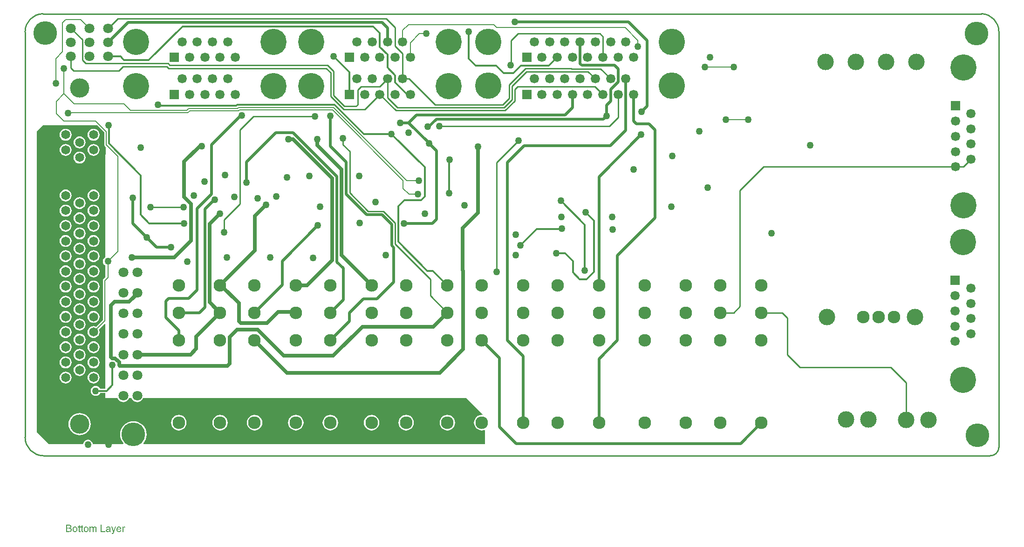
<source format=gbl>
G04*
G04 #@! TF.GenerationSoftware,Altium Limited,Altium Designer,19.0.10 (269)*
G04*
G04 Layer_Physical_Order=4*
G04 Layer_Color=16711680*
%FSLAX25Y25*%
%MOIN*%
G70*
G01*
G75*
%ADD11C,0.01000*%
%ADD17C,0.00800*%
%ADD69C,0.02500*%
%ADD70C,0.02000*%
%ADD71C,0.01200*%
%ADD73C,0.13800*%
%ADD74C,0.06500*%
%ADD75C,0.06653*%
%ADD76R,0.06653X0.06653*%
%ADD77C,0.18740*%
%ADD78C,0.09055*%
%ADD79C,0.11811*%
%ADD80C,0.16929*%
%ADD81C,0.18898*%
%ADD82C,0.06653*%
%ADD83R,0.06653X0.06653*%
%ADD84C,0.07087*%
%ADD85C,0.05000*%
G36*
X287073Y456507D02*
Y447746D01*
X287073Y447746D01*
X287181Y447200D01*
X287491Y446737D01*
X288119Y446108D01*
X287750Y435443D01*
Y367077D01*
X287254Y366696D01*
X286693Y365965D01*
X286340Y365114D01*
X286220Y364200D01*
X286340Y363286D01*
X286693Y362435D01*
X287254Y361704D01*
X287750Y361323D01*
Y352769D01*
X286491Y351509D01*
X286181Y351046D01*
X286073Y350500D01*
X286073Y350500D01*
Y322190D01*
X281325Y317442D01*
X280609Y317739D01*
X279500Y317885D01*
X278391Y317739D01*
X277357Y317311D01*
X276469Y316630D01*
X275788Y315742D01*
X275359Y314708D01*
X275213Y313598D01*
X275359Y312489D01*
X275788Y311455D01*
X276469Y310567D01*
X277357Y309886D01*
X278391Y309458D01*
X279500Y309312D01*
X280609Y309458D01*
X281643Y309886D01*
X282531Y310567D01*
X283212Y311455D01*
X283641Y312489D01*
X283787Y313598D01*
X283641Y314708D01*
X283344Y315424D01*
X287288Y319368D01*
X287750Y319176D01*
Y273131D01*
X284113D01*
X284057Y273265D01*
X283496Y273996D01*
X282765Y274557D01*
X281914Y274910D01*
X281000Y275030D01*
X280086Y274910D01*
X279235Y274557D01*
X278504Y273996D01*
X277943Y273265D01*
X277590Y272414D01*
X277470Y271500D01*
X277590Y270586D01*
X277943Y269735D01*
X278504Y269004D01*
X279235Y268443D01*
X280086Y268090D01*
X281000Y267970D01*
X281914Y268090D01*
X282765Y268443D01*
X283496Y269004D01*
X284057Y269735D01*
X284113Y269869D01*
X287750D01*
Y266250D01*
X296557D01*
X296781Y265709D01*
X297510Y264760D01*
X298459Y264031D01*
X299564Y263574D01*
X300750Y263418D01*
X301936Y263574D01*
X303041Y264031D01*
X303990Y264760D01*
X304719Y265709D01*
X304943Y266250D01*
X306557D01*
X306781Y265709D01*
X307510Y264760D01*
X308459Y264031D01*
X309564Y263574D01*
X310750Y263418D01*
X311936Y263574D01*
X313041Y264031D01*
X313990Y264760D01*
X314719Y265709D01*
X314943Y266250D01*
X546250D01*
X557833Y254667D01*
X557612Y254219D01*
X557222Y254270D01*
X555779Y254080D01*
X554435Y253523D01*
X553280Y252637D01*
X552394Y251483D01*
X551837Y250138D01*
X551647Y248695D01*
X551837Y247252D01*
X552394Y245907D01*
X553280Y244753D01*
X554435Y243867D01*
X555779Y243310D01*
X557222Y243120D01*
X558665Y243310D01*
X559084Y243483D01*
X559500Y243205D01*
Y233500D01*
X315351D01*
X315114Y234000D01*
X315908Y234966D01*
X316786Y236611D01*
X317328Y238395D01*
X317510Y240250D01*
X317328Y242105D01*
X316786Y243889D01*
X315908Y245534D01*
X314725Y246975D01*
X313284Y248158D01*
X311639Y249036D01*
X309855Y249578D01*
X308000Y249760D01*
X306145Y249578D01*
X304361Y249036D01*
X302716Y248158D01*
X301275Y246975D01*
X300092Y245534D01*
X299214Y243889D01*
X298672Y242105D01*
X298490Y240250D01*
X298672Y238395D01*
X299214Y236611D01*
X300092Y234966D01*
X300886Y234000D01*
X300649Y233500D01*
X278964D01*
X278910Y233914D01*
X278557Y234765D01*
X277996Y235496D01*
X277265Y236057D01*
X276414Y236410D01*
X275500Y236530D01*
X274586Y236410D01*
X273735Y236057D01*
X273004Y235496D01*
X272443Y234765D01*
X272090Y233914D01*
X272036Y233500D01*
X247513D01*
X239000Y242013D01*
X239000Y457402D01*
X243348Y461750D01*
X281830D01*
X287073Y456507D01*
D02*
G37*
G36*
X301514Y174289D02*
X301544Y174285D01*
X301577Y174281D01*
X301614Y174274D01*
X301658Y174267D01*
X301706Y174256D01*
X301758Y174244D01*
X301866Y174207D01*
X301925Y174185D01*
X301984Y174156D01*
X302043Y174126D01*
X302106Y174089D01*
X301884Y173508D01*
X301880D01*
X301873Y173515D01*
X301862Y173519D01*
X301843Y173530D01*
X301825Y173538D01*
X301799Y173549D01*
X301740Y173575D01*
X301673Y173601D01*
X301595Y173619D01*
X301510Y173634D01*
X301425Y173641D01*
X301392D01*
X301351Y173634D01*
X301303Y173626D01*
X301248Y173612D01*
X301185Y173590D01*
X301122Y173556D01*
X301059Y173515D01*
X301051Y173508D01*
X301033Y173493D01*
X301003Y173464D01*
X300970Y173427D01*
X300929Y173379D01*
X300892Y173319D01*
X300855Y173249D01*
X300826Y173171D01*
Y173168D01*
X300822Y173157D01*
X300815Y173138D01*
X300811Y173112D01*
X300804Y173083D01*
X300793Y173046D01*
X300785Y173001D01*
X300774Y172957D01*
X300763Y172901D01*
X300756Y172846D01*
X300748Y172787D01*
X300737Y172724D01*
X300726Y172587D01*
X300722Y172439D01*
Y170500D01*
X300093D01*
Y174211D01*
X300659D01*
Y173641D01*
X300663Y173645D01*
X300670Y173660D01*
X300681Y173678D01*
X300696Y173704D01*
X300715Y173738D01*
X300737Y173775D01*
X300789Y173856D01*
X300852Y173941D01*
X300918Y174030D01*
X300952Y174067D01*
X300985Y174104D01*
X301022Y174137D01*
X301055Y174163D01*
X301059D01*
X301063Y174170D01*
X301074Y174174D01*
X301089Y174185D01*
X301126Y174204D01*
X301174Y174230D01*
X301237Y174252D01*
X301303Y174274D01*
X301377Y174289D01*
X301459Y174293D01*
X301492D01*
X301514Y174289D01*
D02*
G37*
G36*
X280579Y174289D02*
X280620D01*
X280664Y174281D01*
X280716Y174278D01*
X280775Y174267D01*
X280842Y174256D01*
X280909Y174237D01*
X280975Y174218D01*
X281046Y174193D01*
X281120Y174163D01*
X281186Y174130D01*
X281253Y174085D01*
X281316Y174041D01*
X281375Y173985D01*
X281379Y173982D01*
X281390Y173971D01*
X281404Y173952D01*
X281423Y173926D01*
X281445Y173897D01*
X281471Y173856D01*
X281497Y173808D01*
X281527Y173752D01*
X281553Y173689D01*
X281578Y173623D01*
X281604Y173545D01*
X281627Y173460D01*
X281649Y173368D01*
X281663Y173268D01*
X281671Y173160D01*
X281675Y173046D01*
Y170500D01*
X281046D01*
Y172835D01*
Y172838D01*
Y172853D01*
Y172872D01*
Y172898D01*
Y172927D01*
X281042Y172964D01*
X281038Y173046D01*
X281031Y173134D01*
X281020Y173223D01*
X281005Y173308D01*
X280994Y173345D01*
X280983Y173379D01*
Y173382D01*
X280979Y173386D01*
X280972Y173405D01*
X280957Y173438D01*
X280935Y173475D01*
X280901Y173515D01*
X280864Y173560D01*
X280816Y173604D01*
X280761Y173645D01*
X280753Y173649D01*
X280731Y173660D01*
X280698Y173678D01*
X280653Y173697D01*
X280598Y173715D01*
X280535Y173734D01*
X280461Y173745D01*
X280383Y173749D01*
X280346D01*
X280320Y173745D01*
X280287Y173741D01*
X280246Y173734D01*
X280202Y173726D01*
X280158Y173715D01*
X280106Y173700D01*
X280054Y173686D01*
X280002Y173663D01*
X279947Y173638D01*
X279891Y173608D01*
X279839Y173571D01*
X279788Y173534D01*
X279736Y173486D01*
X279732Y173482D01*
X279725Y173475D01*
X279714Y173460D01*
X279695Y173438D01*
X279677Y173408D01*
X279654Y173375D01*
X279632Y173334D01*
X279606Y173286D01*
X279584Y173231D01*
X279558Y173168D01*
X279536Y173101D01*
X279518Y173027D01*
X279499Y172942D01*
X279488Y172853D01*
X279481Y172757D01*
X279477Y172653D01*
Y170500D01*
X278848D01*
Y172909D01*
Y172912D01*
Y172927D01*
Y172949D01*
X278844Y172979D01*
Y173012D01*
X278840Y173053D01*
X278837Y173097D01*
X278829Y173145D01*
X278811Y173245D01*
X278781Y173349D01*
X278744Y173449D01*
X278718Y173497D01*
X278692Y173538D01*
Y173541D01*
X278685Y173545D01*
X278678Y173556D01*
X278663Y173571D01*
X278648Y173586D01*
X278626Y173604D01*
X278600Y173623D01*
X278574Y173645D01*
X278541Y173663D01*
X278504Y173682D01*
X278463Y173700D01*
X278415Y173715D01*
X278367Y173730D01*
X278311Y173741D01*
X278252Y173745D01*
X278189Y173749D01*
X278163D01*
X278145Y173745D01*
X278123D01*
X278093Y173741D01*
X278030Y173730D01*
X277956Y173715D01*
X277871Y173689D01*
X277786Y173656D01*
X277701Y173608D01*
X277697D01*
X277690Y173601D01*
X277679Y173593D01*
X277664Y173582D01*
X277623Y173549D01*
X277575Y173504D01*
X277519Y173445D01*
X277468Y173375D01*
X277416Y173293D01*
X277372Y173197D01*
Y173194D01*
X277368Y173186D01*
X277364Y173168D01*
X277357Y173149D01*
X277349Y173120D01*
X277338Y173086D01*
X277331Y173046D01*
X277323Y173001D01*
X277312Y172949D01*
X277305Y172890D01*
X277294Y172827D01*
X277286Y172757D01*
X277283Y172683D01*
X277275Y172602D01*
X277272Y172517D01*
Y172424D01*
Y170500D01*
X276643D01*
Y174211D01*
X277205D01*
Y173686D01*
X277209Y173689D01*
X277212Y173697D01*
X277223Y173712D01*
X277238Y173730D01*
X277253Y173756D01*
X277275Y173782D01*
X277327Y173845D01*
X277394Y173915D01*
X277475Y173985D01*
X277564Y174059D01*
X277667Y174126D01*
X277671Y174130D01*
X277682Y174133D01*
X277697Y174141D01*
X277719Y174152D01*
X277745Y174163D01*
X277779Y174178D01*
X277819Y174193D01*
X277860Y174211D01*
X277908Y174226D01*
X277956Y174241D01*
X278012Y174256D01*
X278071Y174267D01*
X278197Y174285D01*
X278263Y174293D01*
X278370D01*
X278400Y174289D01*
X278433D01*
X278474Y174285D01*
X278522Y174278D01*
X278570Y174270D01*
X278678Y174252D01*
X278789Y174218D01*
X278903Y174178D01*
X278955Y174148D01*
X279007Y174119D01*
X279011Y174115D01*
X279018Y174111D01*
X279033Y174100D01*
X279051Y174089D01*
X279070Y174071D01*
X279096Y174048D01*
X279151Y173996D01*
X279214Y173926D01*
X279273Y173845D01*
X279329Y173749D01*
X279377Y173641D01*
Y173645D01*
X279381Y173649D01*
X279399Y173671D01*
X279421Y173700D01*
X279458Y173745D01*
X279503Y173793D01*
X279555Y173848D01*
X279617Y173908D01*
X279688Y173967D01*
X279765Y174026D01*
X279854Y174085D01*
X279947Y174141D01*
X280050Y174193D01*
X280158Y174233D01*
X280276Y174263D01*
X280398Y174285D01*
X280461Y174293D01*
X280554D01*
X280579Y174289D01*
D02*
G37*
G36*
X294173Y170437D02*
X294169Y170430D01*
X294162Y170411D01*
X294151Y170378D01*
X294136Y170337D01*
X294118Y170289D01*
X294095Y170234D01*
X294070Y170171D01*
X294044Y170104D01*
X293988Y169964D01*
X293929Y169827D01*
X293899Y169760D01*
X293874Y169701D01*
X293848Y169645D01*
X293822Y169597D01*
Y169594D01*
X293814Y169582D01*
X293803Y169568D01*
X293792Y169545D01*
X293777Y169523D01*
X293759Y169494D01*
X293711Y169427D01*
X293655Y169353D01*
X293589Y169279D01*
X293515Y169205D01*
X293478Y169175D01*
X293437Y169146D01*
X293433D01*
X293426Y169138D01*
X293415Y169131D01*
X293400Y169124D01*
X293378Y169113D01*
X293352Y169098D01*
X293322Y169087D01*
X293289Y169072D01*
X293215Y169046D01*
X293126Y169020D01*
X293026Y169005D01*
X292919Y168998D01*
X292886D01*
X292849Y169001D01*
X292800Y169009D01*
X292741Y169016D01*
X292671Y169031D01*
X292597Y169050D01*
X292516Y169076D01*
X292445Y169667D01*
X292449D01*
X292453Y169664D01*
X292464D01*
X292479Y169660D01*
X292519Y169649D01*
X292567Y169638D01*
X292623Y169627D01*
X292682Y169619D01*
X292745Y169612D01*
X292804Y169608D01*
X292838D01*
X292878Y169612D01*
X292923Y169616D01*
X292978Y169627D01*
X293034Y169638D01*
X293085Y169656D01*
X293137Y169679D01*
X293145Y169682D01*
X293159Y169693D01*
X293182Y169708D01*
X293211Y169730D01*
X293245Y169756D01*
X293278Y169790D01*
X293311Y169830D01*
X293344Y169875D01*
X293348Y169878D01*
X293355Y169897D01*
X293363Y169908D01*
X293370Y169927D01*
X293378Y169945D01*
X293389Y169971D01*
X293404Y169997D01*
X293418Y170030D01*
X293433Y170071D01*
X293448Y170115D01*
X293466Y170163D01*
X293489Y170219D01*
X293511Y170278D01*
X293533Y170345D01*
Y170348D01*
X293537Y170356D01*
X293541Y170367D01*
X293548Y170382D01*
X293555Y170404D01*
X293566Y170430D01*
X293578Y170463D01*
X293592Y170496D01*
X292186Y174211D01*
X292856D01*
X293629Y172061D01*
Y172058D01*
X293637Y172043D01*
X293644Y172021D01*
X293655Y171991D01*
X293670Y171954D01*
X293685Y171910D01*
X293700Y171858D01*
X293722Y171802D01*
X293740Y171739D01*
X293762Y171673D01*
X293785Y171603D01*
X293807Y171529D01*
X293855Y171370D01*
X293899Y171203D01*
Y171207D01*
X293903Y171221D01*
X293911Y171244D01*
X293918Y171277D01*
X293929Y171314D01*
X293944Y171362D01*
X293959Y171414D01*
X293973Y171469D01*
X293992Y171532D01*
X294014Y171599D01*
X294058Y171739D01*
X294107Y171891D01*
X294162Y172047D01*
X294958Y174211D01*
X295583D01*
X294173Y170437D01*
D02*
G37*
G36*
X290251Y174289D02*
X290299Y174285D01*
X290351Y174281D01*
X290407Y174278D01*
X290529Y174263D01*
X290658Y174244D01*
X290784Y174215D01*
X290847Y174196D01*
X290902Y174178D01*
X290906D01*
X290917Y174174D01*
X290932Y174167D01*
X290950Y174159D01*
X290976Y174148D01*
X291002Y174133D01*
X291069Y174100D01*
X291139Y174059D01*
X291213Y174011D01*
X291280Y173960D01*
X291339Y173897D01*
Y173893D01*
X291346Y173889D01*
X291354Y173878D01*
X291361Y173867D01*
X291387Y173830D01*
X291417Y173778D01*
X291450Y173715D01*
X291480Y173645D01*
X291509Y173560D01*
X291535Y173467D01*
Y173460D01*
X291539Y173449D01*
Y173438D01*
X291543Y173419D01*
X291546Y173393D01*
X291550Y173368D01*
X291554Y173334D01*
Y173297D01*
X291557Y173257D01*
X291561Y173208D01*
X291565Y173157D01*
Y173097D01*
X291568Y173035D01*
Y172964D01*
Y172890D01*
Y172054D01*
Y172050D01*
Y172043D01*
Y172032D01*
Y172017D01*
Y171995D01*
Y171973D01*
Y171913D01*
Y171843D01*
X291572Y171765D01*
Y171677D01*
Y171588D01*
X291576Y171399D01*
X291580Y171307D01*
X291583Y171214D01*
X291587Y171133D01*
X291594Y171059D01*
X291598Y170996D01*
X291602Y170966D01*
X291605Y170944D01*
Y170940D01*
X291609Y170933D01*
Y170922D01*
X291613Y170903D01*
X291620Y170885D01*
X291624Y170859D01*
X291642Y170800D01*
X291665Y170733D01*
X291690Y170659D01*
X291727Y170581D01*
X291768Y170500D01*
X291113D01*
Y170504D01*
X291110Y170507D01*
X291102Y170519D01*
X291098Y170533D01*
X291087Y170552D01*
X291080Y170578D01*
X291058Y170630D01*
X291036Y170700D01*
X291013Y170777D01*
X290999Y170863D01*
X290984Y170959D01*
X290980Y170955D01*
X290969Y170944D01*
X290950Y170929D01*
X290925Y170911D01*
X290891Y170885D01*
X290854Y170859D01*
X290814Y170826D01*
X290769Y170792D01*
X290717Y170759D01*
X290666Y170726D01*
X290551Y170655D01*
X290433Y170589D01*
X290370Y170563D01*
X290310Y170537D01*
X290307D01*
X290296Y170533D01*
X290277Y170526D01*
X290255Y170519D01*
X290225Y170511D01*
X290188Y170500D01*
X290148Y170489D01*
X290103Y170478D01*
X290055Y170467D01*
X290000Y170456D01*
X289881Y170437D01*
X289755Y170422D01*
X289618Y170419D01*
X289593D01*
X289559Y170422D01*
X289519D01*
X289467Y170426D01*
X289408Y170433D01*
X289341Y170445D01*
X289271Y170456D01*
X289197Y170470D01*
X289123Y170493D01*
X289041Y170515D01*
X288964Y170544D01*
X288890Y170578D01*
X288812Y170618D01*
X288745Y170663D01*
X288679Y170715D01*
X288675Y170718D01*
X288664Y170729D01*
X288649Y170744D01*
X288627Y170770D01*
X288605Y170800D01*
X288575Y170833D01*
X288545Y170874D01*
X288516Y170922D01*
X288486Y170974D01*
X288457Y171033D01*
X288427Y171096D01*
X288405Y171162D01*
X288383Y171236D01*
X288368Y171310D01*
X288357Y171392D01*
X288353Y171477D01*
Y171481D01*
Y171488D01*
Y171503D01*
X288357Y171525D01*
Y171547D01*
X288361Y171577D01*
X288368Y171643D01*
X288383Y171717D01*
X288405Y171802D01*
X288435Y171888D01*
X288475Y171973D01*
Y171976D01*
X288483Y171984D01*
X288486Y171995D01*
X288497Y172010D01*
X288523Y172050D01*
X288560Y172102D01*
X288608Y172161D01*
X288664Y172221D01*
X288727Y172280D01*
X288797Y172335D01*
X288801D01*
X288808Y172343D01*
X288819Y172350D01*
X288834Y172357D01*
X288853Y172369D01*
X288875Y172383D01*
X288930Y172413D01*
X288997Y172446D01*
X289075Y172479D01*
X289160Y172513D01*
X289252Y172542D01*
X289256D01*
X289260Y172546D01*
X289271D01*
X289285Y172550D01*
X289308Y172554D01*
X289330Y172561D01*
X289359Y172565D01*
X289393Y172572D01*
X289430Y172579D01*
X289471Y172587D01*
X289515Y172594D01*
X289567Y172602D01*
X289622Y172609D01*
X289681Y172620D01*
X289744Y172627D01*
X289811Y172635D01*
X289818D01*
X289829Y172639D01*
X289844D01*
X289885Y172646D01*
X289937Y172650D01*
X290000Y172661D01*
X290070Y172672D01*
X290151Y172683D01*
X290236Y172698D01*
X290325Y172713D01*
X290418Y172727D01*
X290603Y172764D01*
X290695Y172787D01*
X290780Y172809D01*
X290858Y172831D01*
X290932Y172853D01*
Y172861D01*
Y172875D01*
Y172894D01*
X290936Y172920D01*
Y172975D01*
Y172997D01*
Y173016D01*
Y173020D01*
Y173035D01*
Y173053D01*
X290932Y173079D01*
Y173108D01*
X290925Y173145D01*
X290914Y173227D01*
X290891Y173316D01*
X290858Y173408D01*
X290840Y173449D01*
X290814Y173490D01*
X290788Y173523D01*
X290754Y173556D01*
X290751Y173560D01*
X290743Y173567D01*
X290728Y173575D01*
X290710Y173590D01*
X290684Y173604D01*
X290654Y173623D01*
X290617Y173645D01*
X290577Y173663D01*
X290529Y173682D01*
X290473Y173704D01*
X290418Y173723D01*
X290351Y173738D01*
X290281Y173752D01*
X290207Y173763D01*
X290125Y173767D01*
X290040Y173771D01*
X290000D01*
X289966Y173767D01*
X289929D01*
X289889Y173763D01*
X289841Y173756D01*
X289792Y173752D01*
X289685Y173734D01*
X289578Y173704D01*
X289474Y173663D01*
X289426Y173641D01*
X289385Y173612D01*
X289382D01*
X289378Y173604D01*
X289367Y173593D01*
X289352Y173582D01*
X289334Y173564D01*
X289315Y173541D01*
X289293Y173515D01*
X289267Y173486D01*
X289241Y173449D01*
X289215Y173408D01*
X289189Y173364D01*
X289167Y173316D01*
X289141Y173260D01*
X289115Y173201D01*
X289093Y173134D01*
X289075Y173064D01*
X288460Y173149D01*
Y173153D01*
X288464Y173168D01*
X288468Y173186D01*
X288475Y173216D01*
X288486Y173249D01*
X288497Y173286D01*
X288509Y173330D01*
X288527Y173375D01*
X288564Y173478D01*
X288612Y173582D01*
X288668Y173689D01*
X288734Y173786D01*
X288738Y173789D01*
X288742Y173797D01*
X288753Y173808D01*
X288771Y173826D01*
X288790Y173845D01*
X288816Y173871D01*
X288842Y173897D01*
X288875Y173923D01*
X288912Y173952D01*
X288956Y173985D01*
X289001Y174015D01*
X289049Y174045D01*
X289104Y174078D01*
X289160Y174108D01*
X289223Y174133D01*
X289289Y174159D01*
X289293D01*
X289304Y174167D01*
X289326Y174170D01*
X289352Y174181D01*
X289389Y174189D01*
X289430Y174200D01*
X289478Y174215D01*
X289530Y174226D01*
X289589Y174237D01*
X289655Y174252D01*
X289726Y174263D01*
X289800Y174270D01*
X289878Y174281D01*
X289959Y174285D01*
X290133Y174293D01*
X290211D01*
X290251Y174289D01*
D02*
G37*
G36*
X285319Y171103D02*
X287839D01*
Y170500D01*
X284642D01*
Y175621D01*
X285319D01*
Y171103D01*
D02*
G37*
G36*
X262013Y175617D02*
X262065D01*
X262120Y175613D01*
X262187Y175606D01*
X262253Y175602D01*
X262327Y175591D01*
X262405Y175584D01*
X262560Y175554D01*
X262716Y175514D01*
X262790Y175491D01*
X262856Y175462D01*
X262860D01*
X262871Y175454D01*
X262890Y175447D01*
X262916Y175432D01*
X262945Y175417D01*
X262979Y175395D01*
X263019Y175373D01*
X263060Y175343D01*
X263104Y175314D01*
X263149Y175277D01*
X263193Y175240D01*
X263241Y175195D01*
X263286Y175147D01*
X263330Y175099D01*
X263371Y175044D01*
X263411Y174984D01*
X263415Y174981D01*
X263419Y174970D01*
X263430Y174951D01*
X263445Y174929D01*
X263459Y174899D01*
X263474Y174862D01*
X263493Y174825D01*
X263515Y174781D01*
X263533Y174729D01*
X263552Y174677D01*
X263582Y174563D01*
X263608Y174437D01*
X263611Y174374D01*
X263615Y174307D01*
Y174304D01*
Y174293D01*
Y174274D01*
X263611Y174252D01*
Y174222D01*
X263604Y174189D01*
X263600Y174148D01*
X263593Y174108D01*
X263570Y174011D01*
X263537Y173908D01*
X263519Y173852D01*
X263493Y173800D01*
X263467Y173745D01*
X263434Y173689D01*
X263430Y173686D01*
X263426Y173678D01*
X263415Y173663D01*
X263400Y173641D01*
X263382Y173615D01*
X263360Y173590D01*
X263330Y173556D01*
X263300Y173523D01*
X263263Y173486D01*
X263226Y173449D01*
X263182Y173412D01*
X263134Y173371D01*
X263078Y173330D01*
X263023Y173293D01*
X262964Y173257D01*
X262897Y173223D01*
X262901D01*
X262919Y173216D01*
X262942Y173208D01*
X262975Y173197D01*
X263012Y173182D01*
X263056Y173164D01*
X263108Y173142D01*
X263160Y173112D01*
X263219Y173083D01*
X263278Y173049D01*
X263337Y173012D01*
X263397Y172968D01*
X263452Y172924D01*
X263511Y172872D01*
X263563Y172816D01*
X263611Y172757D01*
X263615Y172753D01*
X263622Y172742D01*
X263633Y172724D01*
X263652Y172698D01*
X263670Y172668D01*
X263693Y172631D01*
X263715Y172587D01*
X263737Y172539D01*
X263759Y172483D01*
X263785Y172424D01*
X263804Y172361D01*
X263822Y172291D01*
X263841Y172221D01*
X263852Y172143D01*
X263859Y172065D01*
X263863Y171984D01*
Y171980D01*
Y171969D01*
Y171947D01*
X263859Y171921D01*
Y171891D01*
X263855Y171854D01*
X263852Y171810D01*
X263844Y171765D01*
X263826Y171662D01*
X263796Y171547D01*
X263759Y171429D01*
X263707Y171310D01*
Y171307D01*
X263700Y171295D01*
X263693Y171281D01*
X263682Y171258D01*
X263667Y171233D01*
X263648Y171203D01*
X263604Y171136D01*
X263548Y171059D01*
X263485Y170981D01*
X263415Y170903D01*
X263334Y170837D01*
X263330D01*
X263323Y170829D01*
X263312Y170822D01*
X263293Y170811D01*
X263271Y170796D01*
X263245Y170781D01*
X263215Y170763D01*
X263182Y170744D01*
X263141Y170722D01*
X263101Y170703D01*
X263004Y170659D01*
X262897Y170622D01*
X262775Y170585D01*
X262771D01*
X262760Y170581D01*
X262742Y170578D01*
X262716Y170570D01*
X262683Y170567D01*
X262642Y170559D01*
X262597Y170552D01*
X262546Y170544D01*
X262490Y170533D01*
X262427Y170526D01*
X262357Y170519D01*
X262287Y170515D01*
X262209Y170507D01*
X262127Y170504D01*
X262039Y170500D01*
X260000D01*
Y175621D01*
X261972D01*
X262013Y175617D01*
D02*
G37*
G36*
X271426Y174211D02*
X272051D01*
Y173723D01*
X271426D01*
Y171551D01*
Y171547D01*
Y171540D01*
Y171525D01*
Y171506D01*
Y171462D01*
X271429Y171406D01*
X271433Y171351D01*
X271437Y171292D01*
X271444Y171244D01*
X271451Y171225D01*
X271455Y171207D01*
Y171203D01*
X271463Y171196D01*
X271470Y171181D01*
X271481Y171162D01*
X271514Y171122D01*
X271537Y171103D01*
X271563Y171085D01*
X271566D01*
X271577Y171077D01*
X271592Y171070D01*
X271618Y171062D01*
X271648Y171055D01*
X271685Y171048D01*
X271729Y171044D01*
X271777Y171040D01*
X271818D01*
X271851Y171044D01*
X271888D01*
X271936Y171051D01*
X271992Y171055D01*
X272051Y171062D01*
X272143Y170507D01*
X272140D01*
X272132Y170504D01*
X272117D01*
X272099Y170500D01*
X272077Y170496D01*
X272047Y170489D01*
X271984Y170482D01*
X271910Y170470D01*
X271829Y170459D01*
X271747Y170456D01*
X271666Y170452D01*
X271611D01*
X271581Y170456D01*
X271548Y170459D01*
X271474Y170467D01*
X271389Y170478D01*
X271300Y170496D01*
X271215Y170522D01*
X271137Y170559D01*
X271133D01*
X271130Y170563D01*
X271107Y170578D01*
X271074Y170604D01*
X271033Y170633D01*
X270989Y170674D01*
X270945Y170722D01*
X270904Y170777D01*
X270871Y170840D01*
Y170844D01*
X270867Y170848D01*
X270863Y170859D01*
X270860Y170877D01*
X270852Y170900D01*
X270848Y170925D01*
X270841Y170959D01*
X270834Y171000D01*
X270826Y171048D01*
X270819Y171099D01*
X270815Y171162D01*
X270808Y171229D01*
X270804Y171307D01*
X270800Y171388D01*
X270797Y171484D01*
Y171584D01*
Y173723D01*
X270330D01*
Y174211D01*
X270797D01*
Y175129D01*
X271426Y175506D01*
Y174211D01*
D02*
G37*
G36*
X269439D02*
X270064D01*
Y173723D01*
X269439D01*
Y171551D01*
Y171547D01*
Y171540D01*
Y171525D01*
Y171506D01*
Y171462D01*
X269442Y171406D01*
X269446Y171351D01*
X269450Y171292D01*
X269457Y171244D01*
X269465Y171225D01*
X269468Y171207D01*
Y171203D01*
X269476Y171196D01*
X269483Y171181D01*
X269494Y171162D01*
X269528Y171122D01*
X269550Y171103D01*
X269576Y171085D01*
X269579D01*
X269590Y171077D01*
X269605Y171070D01*
X269631Y171062D01*
X269661Y171055D01*
X269698Y171048D01*
X269742Y171044D01*
X269790Y171040D01*
X269831D01*
X269864Y171044D01*
X269901D01*
X269949Y171051D01*
X270005Y171055D01*
X270064Y171062D01*
X270157Y170507D01*
X270153D01*
X270145Y170504D01*
X270131D01*
X270112Y170500D01*
X270090Y170496D01*
X270060Y170489D01*
X269997Y170482D01*
X269923Y170470D01*
X269842Y170459D01*
X269761Y170456D01*
X269679Y170452D01*
X269624D01*
X269594Y170456D01*
X269561Y170459D01*
X269487Y170467D01*
X269402Y170478D01*
X269313Y170496D01*
X269228Y170522D01*
X269150Y170559D01*
X269146D01*
X269143Y170563D01*
X269121Y170578D01*
X269087Y170604D01*
X269046Y170633D01*
X269002Y170674D01*
X268958Y170722D01*
X268917Y170777D01*
X268884Y170840D01*
Y170844D01*
X268880Y170848D01*
X268876Y170859D01*
X268873Y170877D01*
X268865Y170900D01*
X268862Y170925D01*
X268854Y170959D01*
X268847Y171000D01*
X268839Y171048D01*
X268832Y171099D01*
X268828Y171162D01*
X268821Y171229D01*
X268817Y171307D01*
X268813Y171388D01*
X268810Y171484D01*
Y171584D01*
Y173723D01*
X268343D01*
Y174211D01*
X268810D01*
Y175129D01*
X269439Y175506D01*
Y174211D01*
D02*
G37*
G36*
X297714Y174289D02*
X297766Y174285D01*
X297832Y174278D01*
X297903Y174267D01*
X297984Y174252D01*
X298073Y174230D01*
X298169Y174204D01*
X298265Y174170D01*
X298369Y174130D01*
X298469Y174078D01*
X298572Y174022D01*
X298669Y173952D01*
X298765Y173874D01*
X298857Y173786D01*
X298861Y173778D01*
X298880Y173763D01*
X298902Y173734D01*
X298931Y173693D01*
X298968Y173641D01*
X299009Y173578D01*
X299050Y173504D01*
X299094Y173419D01*
X299139Y173323D01*
X299183Y173216D01*
X299220Y173097D01*
X299257Y172972D01*
X299287Y172835D01*
X299312Y172687D01*
X299327Y172528D01*
X299331Y172361D01*
Y172357D01*
Y172350D01*
Y172339D01*
Y172320D01*
Y172294D01*
Y172269D01*
X299327Y172235D01*
Y172195D01*
X296560D01*
Y172187D01*
X296563Y172169D01*
Y172135D01*
X296571Y172095D01*
X296578Y172043D01*
X296586Y171984D01*
X296600Y171921D01*
X296615Y171851D01*
X296634Y171773D01*
X296660Y171699D01*
X296686Y171621D01*
X296719Y171543D01*
X296756Y171466D01*
X296800Y171392D01*
X296848Y171321D01*
X296904Y171258D01*
X296907Y171255D01*
X296919Y171244D01*
X296937Y171229D01*
X296959Y171207D01*
X296989Y171185D01*
X297026Y171159D01*
X297070Y171129D01*
X297118Y171099D01*
X297170Y171066D01*
X297229Y171040D01*
X297292Y171011D01*
X297363Y170988D01*
X297437Y170966D01*
X297514Y170951D01*
X297596Y170940D01*
X297681Y170937D01*
X297714D01*
X297740Y170940D01*
X297770Y170944D01*
X297803Y170948D01*
X297844Y170951D01*
X297884Y170959D01*
X297977Y170981D01*
X298077Y171014D01*
X298129Y171033D01*
X298177Y171059D01*
X298225Y171085D01*
X298273Y171118D01*
X298276Y171122D01*
X298284Y171125D01*
X298295Y171136D01*
X298313Y171151D01*
X298336Y171173D01*
X298358Y171196D01*
X298384Y171225D01*
X298413Y171258D01*
X298443Y171299D01*
X298476Y171340D01*
X298506Y171388D01*
X298539Y171440D01*
X298572Y171499D01*
X298602Y171562D01*
X298632Y171628D01*
X298661Y171703D01*
X299309Y171617D01*
Y171610D01*
X299301Y171591D01*
X299290Y171562D01*
X299279Y171525D01*
X299261Y171477D01*
X299238Y171421D01*
X299213Y171358D01*
X299179Y171292D01*
X299142Y171225D01*
X299102Y171151D01*
X299054Y171077D01*
X299002Y171003D01*
X298946Y170933D01*
X298883Y170863D01*
X298813Y170796D01*
X298739Y170733D01*
X298735Y170729D01*
X298721Y170718D01*
X298698Y170703D01*
X298665Y170685D01*
X298624Y170659D01*
X298572Y170633D01*
X298517Y170604D01*
X298450Y170578D01*
X298376Y170548D01*
X298299Y170519D01*
X298210Y170493D01*
X298117Y170467D01*
X298018Y170448D01*
X297910Y170433D01*
X297796Y170422D01*
X297677Y170419D01*
X297640D01*
X297622Y170422D01*
X297599D01*
X297544Y170426D01*
X297474Y170433D01*
X297396Y170445D01*
X297307Y170459D01*
X297211Y170482D01*
X297111Y170507D01*
X297004Y170541D01*
X296896Y170581D01*
X296789Y170630D01*
X296682Y170685D01*
X296578Y170752D01*
X296478Y170829D01*
X296386Y170918D01*
X296382Y170925D01*
X296367Y170940D01*
X296341Y170970D01*
X296312Y171011D01*
X296275Y171062D01*
X296238Y171125D01*
X296193Y171196D01*
X296149Y171281D01*
X296105Y171377D01*
X296064Y171481D01*
X296023Y171595D01*
X295986Y171721D01*
X295957Y171858D01*
X295934Y172002D01*
X295916Y172158D01*
X295912Y172324D01*
Y172328D01*
Y172335D01*
Y172346D01*
Y172365D01*
X295916Y172387D01*
Y172413D01*
Y172442D01*
X295920Y172479D01*
X295927Y172557D01*
X295938Y172646D01*
X295953Y172746D01*
X295971Y172857D01*
X295997Y172968D01*
X296031Y173086D01*
X296068Y173208D01*
X296116Y173330D01*
X296171Y173449D01*
X296234Y173564D01*
X296308Y173675D01*
X296393Y173775D01*
X296401Y173782D01*
X296415Y173797D01*
X296441Y173823D01*
X296482Y173856D01*
X296530Y173897D01*
X296586Y173937D01*
X296652Y173985D01*
X296730Y174033D01*
X296815Y174082D01*
X296911Y174130D01*
X297011Y174174D01*
X297122Y174211D01*
X297244Y174244D01*
X297370Y174270D01*
X297503Y174285D01*
X297644Y174293D01*
X297677D01*
X297714Y174289D01*
D02*
G37*
G36*
X274241Y174289D02*
X274293Y174285D01*
X274360Y174278D01*
X274434Y174267D01*
X274519Y174252D01*
X274611Y174230D01*
X274708Y174204D01*
X274811Y174170D01*
X274915Y174130D01*
X275018Y174082D01*
X275122Y174022D01*
X275225Y173956D01*
X275325Y173878D01*
X275418Y173789D01*
X275425Y173782D01*
X275440Y173767D01*
X275462Y173738D01*
X275496Y173697D01*
X275533Y173645D01*
X275573Y173586D01*
X275618Y173512D01*
X275662Y173430D01*
X275707Y173334D01*
X275751Y173231D01*
X275792Y173120D01*
X275829Y172994D01*
X275862Y172861D01*
X275884Y172720D01*
X275903Y172568D01*
X275906Y172406D01*
Y172402D01*
Y172398D01*
Y172387D01*
Y172376D01*
Y172335D01*
X275903Y172287D01*
X275899Y172228D01*
X275895Y172158D01*
X275888Y172080D01*
X275880Y171999D01*
X275869Y171910D01*
X275854Y171817D01*
X275836Y171725D01*
X275814Y171628D01*
X275788Y171536D01*
X275762Y171447D01*
X275725Y171362D01*
X275688Y171281D01*
X275684Y171277D01*
X275677Y171262D01*
X275666Y171240D01*
X275647Y171214D01*
X275625Y171177D01*
X275599Y171140D01*
X275566Y171096D01*
X275529Y171048D01*
X275488Y170996D01*
X275440Y170944D01*
X275388Y170892D01*
X275333Y170840D01*
X275274Y170789D01*
X275207Y170737D01*
X275137Y170689D01*
X275063Y170644D01*
X275059Y170641D01*
X275044Y170633D01*
X275022Y170622D01*
X274992Y170611D01*
X274952Y170592D01*
X274907Y170574D01*
X274855Y170552D01*
X274800Y170533D01*
X274733Y170511D01*
X274667Y170489D01*
X274593Y170470D01*
X274515Y170456D01*
X274430Y170441D01*
X274345Y170430D01*
X274260Y170422D01*
X274167Y170419D01*
X274134D01*
X274115Y170422D01*
X274093D01*
X274038Y170426D01*
X273971Y170433D01*
X273897Y170445D01*
X273812Y170459D01*
X273720Y170482D01*
X273620Y170507D01*
X273520Y170541D01*
X273412Y170581D01*
X273309Y170630D01*
X273205Y170685D01*
X273102Y170752D01*
X273002Y170826D01*
X272909Y170914D01*
X272906Y170922D01*
X272887Y170937D01*
X272865Y170966D01*
X272835Y171007D01*
X272798Y171059D01*
X272758Y171122D01*
X272717Y171196D01*
X272673Y171281D01*
X272628Y171377D01*
X272584Y171484D01*
X272543Y171603D01*
X272506Y171732D01*
X272476Y171873D01*
X272454Y172021D01*
X272436Y172184D01*
X272432Y172354D01*
Y172357D01*
Y172365D01*
Y172380D01*
Y172398D01*
X272436Y172424D01*
Y172454D01*
X272439Y172487D01*
Y172524D01*
X272443Y172565D01*
X272450Y172609D01*
X272462Y172705D01*
X272480Y172812D01*
X272502Y172931D01*
X272532Y173053D01*
X272573Y173179D01*
X272617Y173305D01*
X272673Y173430D01*
X272739Y173553D01*
X272813Y173671D01*
X272902Y173778D01*
X273002Y173878D01*
X273009Y173882D01*
X273024Y173897D01*
X273050Y173915D01*
X273087Y173945D01*
X273135Y173974D01*
X273190Y174008D01*
X273253Y174048D01*
X273327Y174085D01*
X273409Y174122D01*
X273498Y174163D01*
X273594Y174196D01*
X273697Y174230D01*
X273805Y174256D01*
X273919Y174274D01*
X274042Y174289D01*
X274167Y174293D01*
X274219D01*
X274241Y174289D01*
D02*
G37*
G36*
X266290D02*
X266342Y174285D01*
X266408Y174278D01*
X266482Y174267D01*
X266567Y174252D01*
X266660Y174230D01*
X266756Y174204D01*
X266860Y174170D01*
X266963Y174130D01*
X267067Y174082D01*
X267171Y174022D01*
X267274Y173956D01*
X267374Y173878D01*
X267467Y173789D01*
X267474Y173782D01*
X267489Y173767D01*
X267511Y173738D01*
X267544Y173697D01*
X267581Y173645D01*
X267622Y173586D01*
X267666Y173512D01*
X267711Y173430D01*
X267755Y173334D01*
X267800Y173231D01*
X267840Y173120D01*
X267877Y172994D01*
X267911Y172861D01*
X267933Y172720D01*
X267951Y172568D01*
X267955Y172406D01*
Y172402D01*
Y172398D01*
Y172387D01*
Y172376D01*
Y172335D01*
X267951Y172287D01*
X267948Y172228D01*
X267944Y172158D01*
X267936Y172080D01*
X267929Y171999D01*
X267918Y171910D01*
X267903Y171817D01*
X267885Y171725D01*
X267863Y171628D01*
X267837Y171536D01*
X267811Y171447D01*
X267774Y171362D01*
X267737Y171281D01*
X267733Y171277D01*
X267726Y171262D01*
X267715Y171240D01*
X267696Y171214D01*
X267674Y171177D01*
X267648Y171140D01*
X267615Y171096D01*
X267578Y171048D01*
X267537Y170996D01*
X267489Y170944D01*
X267437Y170892D01*
X267382Y170840D01*
X267322Y170789D01*
X267256Y170737D01*
X267185Y170689D01*
X267111Y170644D01*
X267108Y170641D01*
X267093Y170633D01*
X267071Y170622D01*
X267041Y170611D01*
X267000Y170592D01*
X266956Y170574D01*
X266904Y170552D01*
X266849Y170533D01*
X266782Y170511D01*
X266716Y170489D01*
X266641Y170470D01*
X266564Y170456D01*
X266479Y170441D01*
X266394Y170430D01*
X266308Y170422D01*
X266216Y170419D01*
X266183D01*
X266164Y170422D01*
X266142D01*
X266087Y170426D01*
X266020Y170433D01*
X265946Y170445D01*
X265861Y170459D01*
X265768Y170482D01*
X265668Y170507D01*
X265568Y170541D01*
X265461Y170581D01*
X265358Y170630D01*
X265254Y170685D01*
X265150Y170752D01*
X265051Y170826D01*
X264958Y170914D01*
X264954Y170922D01*
X264936Y170937D01*
X264914Y170966D01*
X264884Y171007D01*
X264847Y171059D01*
X264806Y171122D01*
X264766Y171196D01*
X264721Y171281D01*
X264677Y171377D01*
X264632Y171484D01*
X264592Y171603D01*
X264555Y171732D01*
X264525Y171873D01*
X264503Y172021D01*
X264484Y172184D01*
X264481Y172354D01*
Y172357D01*
Y172365D01*
Y172380D01*
Y172398D01*
X264484Y172424D01*
Y172454D01*
X264488Y172487D01*
Y172524D01*
X264492Y172565D01*
X264499Y172609D01*
X264510Y172705D01*
X264529Y172812D01*
X264551Y172931D01*
X264581Y173053D01*
X264621Y173179D01*
X264666Y173305D01*
X264721Y173430D01*
X264788Y173553D01*
X264862Y173671D01*
X264951Y173778D01*
X265051Y173878D01*
X265058Y173882D01*
X265073Y173897D01*
X265099Y173915D01*
X265136Y173945D01*
X265184Y173974D01*
X265239Y174008D01*
X265302Y174048D01*
X265376Y174085D01*
X265458Y174122D01*
X265546Y174163D01*
X265642Y174196D01*
X265746Y174230D01*
X265853Y174256D01*
X265968Y174274D01*
X266090Y174289D01*
X266216Y174293D01*
X266268D01*
X266290Y174289D01*
D02*
G37*
%LPC*%
G36*
X279500Y459145D02*
X278391Y458999D01*
X277357Y458571D01*
X276469Y457889D01*
X275788Y457002D01*
X275359Y455968D01*
X275213Y454858D01*
X275359Y453749D01*
X275788Y452715D01*
X276469Y451827D01*
X277357Y451146D01*
X278391Y450718D01*
X279500Y450572D01*
X280609Y450718D01*
X281643Y451146D01*
X282531Y451827D01*
X283212Y452715D01*
X283641Y453749D01*
X283787Y454858D01*
X283641Y455968D01*
X283212Y457002D01*
X282531Y457889D01*
X281643Y458571D01*
X280609Y458999D01*
X279500Y459145D01*
D02*
G37*
G36*
X259500D02*
X258390Y458999D01*
X257357Y458571D01*
X256469Y457889D01*
X255788Y457002D01*
X255359Y455968D01*
X255213Y454858D01*
X255359Y453749D01*
X255788Y452715D01*
X256469Y451827D01*
X257357Y451146D01*
X258390Y450718D01*
X259500Y450572D01*
X260610Y450718D01*
X261643Y451146D01*
X262531Y451827D01*
X263212Y452715D01*
X263641Y453749D01*
X263787Y454858D01*
X263641Y455968D01*
X263212Y457002D01*
X262531Y457889D01*
X261643Y458571D01*
X260610Y458999D01*
X259500Y459145D01*
D02*
G37*
G36*
X269500Y453672D02*
X268390Y453526D01*
X267357Y453098D01*
X266469Y452417D01*
X265788Y451529D01*
X265359Y450495D01*
X265213Y449386D01*
X265359Y448276D01*
X265788Y447242D01*
X266469Y446355D01*
X267357Y445673D01*
X268390Y445245D01*
X269500Y445099D01*
X270609Y445245D01*
X271643Y445673D01*
X272531Y446355D01*
X273212Y447242D01*
X273641Y448276D01*
X273787Y449386D01*
X273641Y450495D01*
X273212Y451529D01*
X272531Y452417D01*
X271643Y453098D01*
X270609Y453526D01*
X269500Y453672D01*
D02*
G37*
G36*
X279500Y448279D02*
X278391Y448133D01*
X277357Y447705D01*
X276469Y447023D01*
X275788Y446135D01*
X275359Y445102D01*
X275213Y443992D01*
X275359Y442883D01*
X275788Y441849D01*
X276469Y440961D01*
X277357Y440280D01*
X278391Y439852D01*
X279500Y439705D01*
X280609Y439852D01*
X281643Y440280D01*
X282531Y440961D01*
X283212Y441849D01*
X283641Y442883D01*
X283787Y443992D01*
X283641Y445102D01*
X283212Y446135D01*
X282531Y447023D01*
X281643Y447705D01*
X280609Y448133D01*
X279500Y448279D01*
D02*
G37*
G36*
X259500D02*
X258390Y448133D01*
X257357Y447705D01*
X256469Y447023D01*
X255788Y446135D01*
X255359Y445102D01*
X255213Y443992D01*
X255359Y442883D01*
X255788Y441849D01*
X256469Y440961D01*
X257357Y440280D01*
X258390Y439852D01*
X259500Y439705D01*
X260610Y439852D01*
X261643Y440280D01*
X262531Y440961D01*
X263212Y441849D01*
X263641Y442883D01*
X263787Y443992D01*
X263641Y445102D01*
X263212Y446135D01*
X262531Y447023D01*
X261643Y447705D01*
X260610Y448133D01*
X259500Y448279D01*
D02*
G37*
G36*
X269500Y442809D02*
X268390Y442663D01*
X267357Y442235D01*
X266469Y441553D01*
X265788Y440665D01*
X265359Y439632D01*
X265213Y438522D01*
X265359Y437413D01*
X265788Y436379D01*
X266469Y435491D01*
X267357Y434810D01*
X268390Y434382D01*
X269500Y434235D01*
X270609Y434382D01*
X271643Y434810D01*
X272531Y435491D01*
X273212Y436379D01*
X273641Y437413D01*
X273787Y438522D01*
X273641Y439632D01*
X273212Y440665D01*
X272531Y441553D01*
X271643Y442235D01*
X270609Y442663D01*
X269500Y442809D01*
D02*
G37*
G36*
X279500Y415680D02*
X278391Y415534D01*
X277357Y415106D01*
X276469Y414425D01*
X275788Y413537D01*
X275359Y412503D01*
X275213Y411394D01*
X275359Y410284D01*
X275788Y409250D01*
X276469Y408363D01*
X277357Y407681D01*
X278391Y407253D01*
X279500Y407107D01*
X280609Y407253D01*
X281643Y407681D01*
X282531Y408363D01*
X283212Y409250D01*
X283641Y410284D01*
X283787Y411394D01*
X283641Y412503D01*
X283212Y413537D01*
X282531Y414425D01*
X281643Y415106D01*
X280609Y415534D01*
X279500Y415680D01*
D02*
G37*
G36*
X259500D02*
X258390Y415534D01*
X257357Y415106D01*
X256469Y414425D01*
X255788Y413537D01*
X255359Y412503D01*
X255213Y411394D01*
X255359Y410284D01*
X255788Y409250D01*
X256469Y408363D01*
X257357Y407681D01*
X258390Y407253D01*
X259500Y407107D01*
X260610Y407253D01*
X261643Y407681D01*
X262531Y408363D01*
X263212Y409250D01*
X263641Y410284D01*
X263787Y411394D01*
X263641Y412503D01*
X263212Y413537D01*
X262531Y414425D01*
X261643Y415106D01*
X260610Y415534D01*
X259500Y415680D01*
D02*
G37*
G36*
X269500Y410218D02*
X268390Y410072D01*
X267357Y409644D01*
X266469Y408963D01*
X265788Y408075D01*
X265359Y407041D01*
X265213Y405932D01*
X265359Y404822D01*
X265788Y403788D01*
X266469Y402901D01*
X267357Y402219D01*
X268390Y401791D01*
X269500Y401645D01*
X270609Y401791D01*
X271643Y402219D01*
X272531Y402901D01*
X273212Y403788D01*
X273641Y404822D01*
X273787Y405932D01*
X273641Y407041D01*
X273212Y408075D01*
X272531Y408963D01*
X271643Y409644D01*
X270609Y410072D01*
X269500Y410218D01*
D02*
G37*
G36*
X279500Y404814D02*
X278391Y404668D01*
X277357Y404240D01*
X276469Y403559D01*
X275788Y402671D01*
X275359Y401637D01*
X275213Y400527D01*
X275359Y399418D01*
X275788Y398384D01*
X276469Y397496D01*
X277357Y396815D01*
X278391Y396387D01*
X279500Y396241D01*
X280609Y396387D01*
X281643Y396815D01*
X282531Y397496D01*
X283212Y398384D01*
X283641Y399418D01*
X283787Y400527D01*
X283641Y401637D01*
X283212Y402671D01*
X282531Y403559D01*
X281643Y404240D01*
X280609Y404668D01*
X279500Y404814D01*
D02*
G37*
G36*
X259500D02*
X258390Y404668D01*
X257357Y404240D01*
X256469Y403559D01*
X255788Y402671D01*
X255359Y401637D01*
X255213Y400527D01*
X255359Y399418D01*
X255788Y398384D01*
X256469Y397496D01*
X257357Y396815D01*
X258390Y396387D01*
X259500Y396241D01*
X260610Y396387D01*
X261643Y396815D01*
X262531Y397496D01*
X263212Y398384D01*
X263641Y399418D01*
X263787Y400527D01*
X263641Y401637D01*
X263212Y402671D01*
X262531Y403559D01*
X261643Y404240D01*
X260610Y404668D01*
X259500Y404814D01*
D02*
G37*
G36*
X269500Y399355D02*
X268390Y399209D01*
X267357Y398780D01*
X266469Y398099D01*
X265788Y397212D01*
X265359Y396178D01*
X265213Y395068D01*
X265359Y393959D01*
X265788Y392925D01*
X266469Y392037D01*
X267357Y391356D01*
X268390Y390928D01*
X269500Y390781D01*
X270609Y390928D01*
X271643Y391356D01*
X272531Y392037D01*
X273212Y392925D01*
X273641Y393959D01*
X273787Y395068D01*
X273641Y396178D01*
X273212Y397212D01*
X272531Y398099D01*
X271643Y398780D01*
X270609Y399209D01*
X269500Y399355D01*
D02*
G37*
G36*
X279500Y393948D02*
X278391Y393802D01*
X277357Y393374D01*
X276469Y392692D01*
X275788Y391805D01*
X275359Y390771D01*
X275213Y389661D01*
X275359Y388552D01*
X275788Y387518D01*
X276469Y386630D01*
X277357Y385949D01*
X278391Y385521D01*
X279500Y385375D01*
X280609Y385521D01*
X281643Y385949D01*
X282531Y386630D01*
X283212Y387518D01*
X283641Y388552D01*
X283787Y389661D01*
X283641Y390771D01*
X283212Y391805D01*
X282531Y392692D01*
X281643Y393374D01*
X280609Y393802D01*
X279500Y393948D01*
D02*
G37*
G36*
X259500D02*
X258390Y393802D01*
X257357Y393374D01*
X256469Y392692D01*
X255788Y391805D01*
X255359Y390771D01*
X255213Y389661D01*
X255359Y388552D01*
X255788Y387518D01*
X256469Y386630D01*
X257357Y385949D01*
X258390Y385521D01*
X259500Y385375D01*
X260610Y385521D01*
X261643Y385949D01*
X262531Y386630D01*
X263212Y387518D01*
X263641Y388552D01*
X263787Y389661D01*
X263641Y390771D01*
X263212Y391805D01*
X262531Y392692D01*
X261643Y393374D01*
X260610Y393802D01*
X259500Y393948D01*
D02*
G37*
G36*
X269500Y388491D02*
X268390Y388345D01*
X267357Y387917D01*
X266469Y387236D01*
X265788Y386348D01*
X265359Y385314D01*
X265213Y384205D01*
X265359Y383095D01*
X265788Y382061D01*
X266469Y381173D01*
X267357Y380492D01*
X268390Y380064D01*
X269500Y379918D01*
X270609Y380064D01*
X271643Y380492D01*
X272531Y381173D01*
X273212Y382061D01*
X273641Y383095D01*
X273787Y384205D01*
X273641Y385314D01*
X273212Y386348D01*
X272531Y387236D01*
X271643Y387917D01*
X270609Y388345D01*
X269500Y388491D01*
D02*
G37*
G36*
X279500Y383082D02*
X278391Y382936D01*
X277357Y382508D01*
X276469Y381826D01*
X275788Y380939D01*
X275359Y379905D01*
X275213Y378795D01*
X275359Y377686D01*
X275788Y376652D01*
X276469Y375764D01*
X277357Y375083D01*
X278391Y374655D01*
X279500Y374509D01*
X280609Y374655D01*
X281643Y375083D01*
X282531Y375764D01*
X283212Y376652D01*
X283641Y377686D01*
X283787Y378795D01*
X283641Y379905D01*
X283212Y380939D01*
X282531Y381826D01*
X281643Y382508D01*
X280609Y382936D01*
X279500Y383082D01*
D02*
G37*
G36*
X259500D02*
X258390Y382936D01*
X257357Y382508D01*
X256469Y381826D01*
X255788Y380939D01*
X255359Y379905D01*
X255213Y378795D01*
X255359Y377686D01*
X255788Y376652D01*
X256469Y375764D01*
X257357Y375083D01*
X258390Y374655D01*
X259500Y374509D01*
X260610Y374655D01*
X261643Y375083D01*
X262531Y375764D01*
X263212Y376652D01*
X263641Y377686D01*
X263787Y378795D01*
X263641Y379905D01*
X263212Y380939D01*
X262531Y381826D01*
X261643Y382508D01*
X260610Y382936D01*
X259500Y383082D01*
D02*
G37*
G36*
X269500Y377628D02*
X268390Y377482D01*
X267357Y377053D01*
X266469Y376372D01*
X265788Y375484D01*
X265359Y374451D01*
X265213Y373341D01*
X265359Y372232D01*
X265788Y371198D01*
X266469Y370310D01*
X267357Y369629D01*
X268390Y369200D01*
X269500Y369055D01*
X270609Y369200D01*
X271643Y369629D01*
X272531Y370310D01*
X273212Y371198D01*
X273641Y372232D01*
X273787Y373341D01*
X273641Y374451D01*
X273212Y375484D01*
X272531Y376372D01*
X271643Y377053D01*
X270609Y377482D01*
X269500Y377628D01*
D02*
G37*
G36*
X279500Y372216D02*
X278391Y372070D01*
X277357Y371641D01*
X276469Y370960D01*
X275788Y370073D01*
X275359Y369039D01*
X275213Y367929D01*
X275359Y366820D01*
X275788Y365786D01*
X276469Y364898D01*
X277357Y364217D01*
X278391Y363789D01*
X279500Y363643D01*
X280609Y363789D01*
X281643Y364217D01*
X282531Y364898D01*
X283212Y365786D01*
X283641Y366820D01*
X283787Y367929D01*
X283641Y369039D01*
X283212Y370073D01*
X282531Y370960D01*
X281643Y371641D01*
X280609Y372070D01*
X279500Y372216D01*
D02*
G37*
G36*
X259500D02*
X258390Y372070D01*
X257357Y371641D01*
X256469Y370960D01*
X255788Y370073D01*
X255359Y369039D01*
X255213Y367929D01*
X255359Y366820D01*
X255788Y365786D01*
X256469Y364898D01*
X257357Y364217D01*
X258390Y363789D01*
X259500Y363643D01*
X260610Y363789D01*
X261643Y364217D01*
X262531Y364898D01*
X263212Y365786D01*
X263641Y366820D01*
X263787Y367929D01*
X263641Y369039D01*
X263212Y370073D01*
X262531Y370960D01*
X261643Y371641D01*
X260610Y372070D01*
X259500Y372216D01*
D02*
G37*
G36*
X269500Y366764D02*
X268390Y366618D01*
X267357Y366190D01*
X266469Y365509D01*
X265788Y364621D01*
X265359Y363587D01*
X265213Y362478D01*
X265359Y361368D01*
X265788Y360334D01*
X266469Y359447D01*
X267357Y358765D01*
X268390Y358337D01*
X269500Y358191D01*
X270609Y358337D01*
X271643Y358765D01*
X272531Y359447D01*
X273212Y360334D01*
X273641Y361368D01*
X273787Y362478D01*
X273641Y363587D01*
X273212Y364621D01*
X272531Y365509D01*
X271643Y366190D01*
X270609Y366618D01*
X269500Y366764D01*
D02*
G37*
G36*
X279500Y361350D02*
X278391Y361204D01*
X277357Y360775D01*
X276469Y360094D01*
X275788Y359206D01*
X275359Y358172D01*
X275213Y357063D01*
X275359Y355954D01*
X275788Y354920D01*
X276469Y354032D01*
X277357Y353351D01*
X278391Y352922D01*
X279500Y352776D01*
X280609Y352922D01*
X281643Y353351D01*
X282531Y354032D01*
X283212Y354920D01*
X283641Y355954D01*
X283787Y357063D01*
X283641Y358172D01*
X283212Y359206D01*
X282531Y360094D01*
X281643Y360775D01*
X280609Y361204D01*
X279500Y361350D01*
D02*
G37*
G36*
X259500D02*
X258390Y361204D01*
X257357Y360775D01*
X256469Y360094D01*
X255788Y359206D01*
X255359Y358172D01*
X255213Y357063D01*
X255359Y355954D01*
X255788Y354920D01*
X256469Y354032D01*
X257357Y353351D01*
X258390Y352922D01*
X259500Y352776D01*
X260610Y352922D01*
X261643Y353351D01*
X262531Y354032D01*
X263212Y354920D01*
X263641Y355954D01*
X263787Y357063D01*
X263641Y358172D01*
X263212Y359206D01*
X262531Y360094D01*
X261643Y360775D01*
X260610Y361204D01*
X259500Y361350D01*
D02*
G37*
G36*
X269500Y355901D02*
X268390Y355755D01*
X267357Y355327D01*
X266469Y354645D01*
X265788Y353758D01*
X265359Y352724D01*
X265213Y351614D01*
X265359Y350505D01*
X265788Y349471D01*
X266469Y348583D01*
X267357Y347902D01*
X268390Y347474D01*
X269500Y347327D01*
X270609Y347474D01*
X271643Y347902D01*
X272531Y348583D01*
X273212Y349471D01*
X273641Y350505D01*
X273787Y351614D01*
X273641Y352724D01*
X273212Y353758D01*
X272531Y354645D01*
X271643Y355327D01*
X270609Y355755D01*
X269500Y355901D01*
D02*
G37*
G36*
X279500Y350483D02*
X278391Y350337D01*
X277357Y349909D01*
X276469Y349228D01*
X275788Y348340D01*
X275359Y347306D01*
X275213Y346197D01*
X275359Y345087D01*
X275788Y344054D01*
X276469Y343166D01*
X277357Y342484D01*
X278391Y342056D01*
X279500Y341910D01*
X280609Y342056D01*
X281643Y342484D01*
X282531Y343166D01*
X283212Y344054D01*
X283641Y345087D01*
X283787Y346197D01*
X283641Y347306D01*
X283212Y348340D01*
X282531Y349228D01*
X281643Y349909D01*
X280609Y350337D01*
X279500Y350483D01*
D02*
G37*
G36*
X259500D02*
X258390Y350337D01*
X257357Y349909D01*
X256469Y349228D01*
X255788Y348340D01*
X255359Y347306D01*
X255213Y346197D01*
X255359Y345087D01*
X255788Y344054D01*
X256469Y343166D01*
X257357Y342484D01*
X258390Y342056D01*
X259500Y341910D01*
X260610Y342056D01*
X261643Y342484D01*
X262531Y343166D01*
X263212Y344054D01*
X263641Y345087D01*
X263787Y346197D01*
X263641Y347306D01*
X263212Y348340D01*
X262531Y349228D01*
X261643Y349909D01*
X260610Y350337D01*
X259500Y350483D01*
D02*
G37*
G36*
X269500Y345037D02*
X268390Y344891D01*
X267357Y344463D01*
X266469Y343782D01*
X265788Y342894D01*
X265359Y341860D01*
X265213Y340751D01*
X265359Y339641D01*
X265788Y338607D01*
X266469Y337719D01*
X267357Y337038D01*
X268390Y336610D01*
X269500Y336464D01*
X270609Y336610D01*
X271643Y337038D01*
X272531Y337719D01*
X273212Y338607D01*
X273641Y339641D01*
X273787Y340751D01*
X273641Y341860D01*
X273212Y342894D01*
X272531Y343782D01*
X271643Y344463D01*
X270609Y344891D01*
X269500Y345037D01*
D02*
G37*
G36*
X279500Y339617D02*
X278391Y339471D01*
X277357Y339043D01*
X276469Y338362D01*
X275788Y337474D01*
X275359Y336440D01*
X275213Y335331D01*
X275359Y334221D01*
X275788Y333187D01*
X276469Y332300D01*
X277357Y331618D01*
X278391Y331190D01*
X279500Y331044D01*
X280609Y331190D01*
X281643Y331618D01*
X282531Y332300D01*
X283212Y333187D01*
X283641Y334221D01*
X283787Y335331D01*
X283641Y336440D01*
X283212Y337474D01*
X282531Y338362D01*
X281643Y339043D01*
X280609Y339471D01*
X279500Y339617D01*
D02*
G37*
G36*
X259500D02*
X258390Y339471D01*
X257357Y339043D01*
X256469Y338362D01*
X255788Y337474D01*
X255359Y336440D01*
X255213Y335331D01*
X255359Y334221D01*
X255788Y333187D01*
X256469Y332300D01*
X257357Y331618D01*
X258390Y331190D01*
X259500Y331044D01*
X260610Y331190D01*
X261643Y331618D01*
X262531Y332300D01*
X263212Y333187D01*
X263641Y334221D01*
X263787Y335331D01*
X263641Y336440D01*
X263212Y337474D01*
X262531Y338362D01*
X261643Y339043D01*
X260610Y339471D01*
X259500Y339617D01*
D02*
G37*
G36*
X269500Y334174D02*
X268390Y334028D01*
X267357Y333599D01*
X266469Y332918D01*
X265788Y332030D01*
X265359Y330997D01*
X265213Y329887D01*
X265359Y328778D01*
X265788Y327744D01*
X266469Y326856D01*
X267357Y326175D01*
X268390Y325746D01*
X269500Y325600D01*
X270609Y325746D01*
X271643Y326175D01*
X272531Y326856D01*
X273212Y327744D01*
X273641Y328778D01*
X273787Y329887D01*
X273641Y330997D01*
X273212Y332030D01*
X272531Y332918D01*
X271643Y333599D01*
X270609Y334028D01*
X269500Y334174D01*
D02*
G37*
G36*
X279500Y328751D02*
X278391Y328605D01*
X277357Y328177D01*
X276469Y327496D01*
X275788Y326608D01*
X275359Y325574D01*
X275213Y324465D01*
X275359Y323355D01*
X275788Y322321D01*
X276469Y321433D01*
X277357Y320752D01*
X278391Y320324D01*
X279500Y320178D01*
X280609Y320324D01*
X281643Y320752D01*
X282531Y321433D01*
X283212Y322321D01*
X283641Y323355D01*
X283787Y324465D01*
X283641Y325574D01*
X283212Y326608D01*
X282531Y327496D01*
X281643Y328177D01*
X280609Y328605D01*
X279500Y328751D01*
D02*
G37*
G36*
X259500D02*
X258390Y328605D01*
X257357Y328177D01*
X256469Y327496D01*
X255788Y326608D01*
X255359Y325574D01*
X255213Y324465D01*
X255359Y323355D01*
X255788Y322321D01*
X256469Y321433D01*
X257357Y320752D01*
X258390Y320324D01*
X259500Y320178D01*
X260610Y320324D01*
X261643Y320752D01*
X262531Y321433D01*
X263212Y322321D01*
X263641Y323355D01*
X263787Y324465D01*
X263641Y325574D01*
X263212Y326608D01*
X262531Y327496D01*
X261643Y328177D01*
X260610Y328605D01*
X259500Y328751D01*
D02*
G37*
G36*
X269500Y323310D02*
X268390Y323164D01*
X267357Y322736D01*
X266469Y322055D01*
X265788Y321167D01*
X265359Y320133D01*
X265213Y319024D01*
X265359Y317914D01*
X265788Y316880D01*
X266469Y315992D01*
X267357Y315311D01*
X268390Y314883D01*
X269500Y314737D01*
X270609Y314883D01*
X271643Y315311D01*
X272531Y315992D01*
X273212Y316880D01*
X273641Y317914D01*
X273787Y319024D01*
X273641Y320133D01*
X273212Y321167D01*
X272531Y322055D01*
X271643Y322736D01*
X270609Y323164D01*
X269500Y323310D01*
D02*
G37*
G36*
X259500Y317885D02*
X258390Y317739D01*
X257357Y317311D01*
X256469Y316630D01*
X255788Y315742D01*
X255359Y314708D01*
X255213Y313598D01*
X255359Y312489D01*
X255788Y311455D01*
X256469Y310567D01*
X257357Y309886D01*
X258390Y309458D01*
X259500Y309312D01*
X260610Y309458D01*
X261643Y309886D01*
X262531Y310567D01*
X263212Y311455D01*
X263641Y312489D01*
X263787Y313598D01*
X263641Y314708D01*
X263212Y315742D01*
X262531Y316630D01*
X261643Y317311D01*
X260610Y317739D01*
X259500Y317885D01*
D02*
G37*
G36*
X269500Y312447D02*
X268390Y312301D01*
X267357Y311873D01*
X266469Y311191D01*
X265788Y310303D01*
X265359Y309270D01*
X265213Y308160D01*
X265359Y307051D01*
X265788Y306017D01*
X266469Y305129D01*
X267357Y304448D01*
X268390Y304019D01*
X269500Y303873D01*
X270609Y304019D01*
X271643Y304448D01*
X272531Y305129D01*
X273212Y306017D01*
X273641Y307051D01*
X273787Y308160D01*
X273641Y309270D01*
X273212Y310303D01*
X272531Y311191D01*
X271643Y311873D01*
X270609Y312301D01*
X269500Y312447D01*
D02*
G37*
G36*
X279500Y307019D02*
X278391Y306873D01*
X277357Y306445D01*
X276469Y305763D01*
X275788Y304876D01*
X275359Y303842D01*
X275213Y302732D01*
X275359Y301623D01*
X275788Y300589D01*
X276469Y299701D01*
X277357Y299020D01*
X278391Y298592D01*
X279500Y298446D01*
X280609Y298592D01*
X281643Y299020D01*
X282531Y299701D01*
X283212Y300589D01*
X283641Y301623D01*
X283787Y302732D01*
X283641Y303842D01*
X283212Y304876D01*
X282531Y305763D01*
X281643Y306445D01*
X280609Y306873D01*
X279500Y307019D01*
D02*
G37*
G36*
X259500D02*
X258390Y306873D01*
X257357Y306445D01*
X256469Y305763D01*
X255788Y304876D01*
X255359Y303842D01*
X255213Y302732D01*
X255359Y301623D01*
X255788Y300589D01*
X256469Y299701D01*
X257357Y299020D01*
X258390Y298592D01*
X259500Y298446D01*
X260610Y298592D01*
X261643Y299020D01*
X262531Y299701D01*
X263212Y300589D01*
X263641Y301623D01*
X263787Y302732D01*
X263641Y303842D01*
X263212Y304876D01*
X262531Y305763D01*
X261643Y306445D01*
X260610Y306873D01*
X259500Y307019D01*
D02*
G37*
G36*
X269500Y301583D02*
X268390Y301437D01*
X267357Y301009D01*
X266469Y300328D01*
X265788Y299440D01*
X265359Y298406D01*
X265213Y297297D01*
X265359Y296187D01*
X265788Y295153D01*
X266469Y294266D01*
X267357Y293584D01*
X268390Y293156D01*
X269500Y293010D01*
X270609Y293156D01*
X271643Y293584D01*
X272531Y294266D01*
X273212Y295153D01*
X273641Y296187D01*
X273787Y297297D01*
X273641Y298406D01*
X273212Y299440D01*
X272531Y300328D01*
X271643Y301009D01*
X270609Y301437D01*
X269500Y301583D01*
D02*
G37*
G36*
X279500Y296153D02*
X278391Y296007D01*
X277357Y295579D01*
X276469Y294897D01*
X275788Y294009D01*
X275359Y292976D01*
X275213Y291866D01*
X275359Y290757D01*
X275788Y289723D01*
X276469Y288835D01*
X277357Y288154D01*
X278391Y287725D01*
X279500Y287579D01*
X280609Y287725D01*
X281643Y288154D01*
X282531Y288835D01*
X283212Y289723D01*
X283641Y290757D01*
X283787Y291866D01*
X283641Y292976D01*
X283212Y294009D01*
X282531Y294897D01*
X281643Y295579D01*
X280609Y296007D01*
X279500Y296153D01*
D02*
G37*
G36*
X259500D02*
X258390Y296007D01*
X257357Y295579D01*
X256469Y294897D01*
X255788Y294009D01*
X255359Y292976D01*
X255213Y291866D01*
X255359Y290757D01*
X255788Y289723D01*
X256469Y288835D01*
X257357Y288154D01*
X258390Y287725D01*
X259500Y287579D01*
X260610Y287725D01*
X261643Y288154D01*
X262531Y288835D01*
X263212Y289723D01*
X263641Y290757D01*
X263787Y291866D01*
X263641Y292976D01*
X263212Y294009D01*
X262531Y294897D01*
X261643Y295579D01*
X260610Y296007D01*
X259500Y296153D01*
D02*
G37*
G36*
X269500Y290720D02*
X268390Y290574D01*
X267357Y290145D01*
X266469Y289464D01*
X265788Y288576D01*
X265359Y287543D01*
X265213Y286433D01*
X265359Y285324D01*
X265788Y284290D01*
X266469Y283402D01*
X267357Y282721D01*
X268390Y282293D01*
X269500Y282146D01*
X270609Y282293D01*
X271643Y282721D01*
X272531Y283402D01*
X273212Y284290D01*
X273641Y285324D01*
X273787Y286433D01*
X273641Y287543D01*
X273212Y288576D01*
X272531Y289464D01*
X271643Y290145D01*
X270609Y290574D01*
X269500Y290720D01*
D02*
G37*
G36*
X279500Y285287D02*
X278391Y285141D01*
X277357Y284712D01*
X276469Y284031D01*
X275788Y283143D01*
X275359Y282109D01*
X275213Y281000D01*
X275359Y279890D01*
X275788Y278857D01*
X276469Y277969D01*
X277357Y277288D01*
X278391Y276859D01*
X279500Y276713D01*
X280609Y276859D01*
X281643Y277288D01*
X282531Y277969D01*
X283212Y278857D01*
X283641Y279890D01*
X283787Y281000D01*
X283641Y282109D01*
X283212Y283143D01*
X282531Y284031D01*
X281643Y284712D01*
X280609Y285141D01*
X279500Y285287D01*
D02*
G37*
G36*
X259500D02*
X258390Y285141D01*
X257357Y284712D01*
X256469Y284031D01*
X255788Y283143D01*
X255359Y282109D01*
X255213Y281000D01*
X255359Y279890D01*
X255788Y278857D01*
X256469Y277969D01*
X257357Y277288D01*
X258390Y276859D01*
X259500Y276713D01*
X260610Y276859D01*
X261643Y277288D01*
X262531Y277969D01*
X263212Y278857D01*
X263641Y279890D01*
X263787Y281000D01*
X263641Y282109D01*
X263212Y283143D01*
X262531Y284031D01*
X261643Y284712D01*
X260610Y285141D01*
X259500Y285287D01*
D02*
G37*
G36*
X532643Y254270D02*
X531200Y254080D01*
X529855Y253523D01*
X528700Y252637D01*
X527814Y251483D01*
X527257Y250138D01*
X527068Y248695D01*
X527257Y247252D01*
X527814Y245907D01*
X528700Y244753D01*
X529855Y243867D01*
X531200Y243310D01*
X532643Y243120D01*
X534086Y243310D01*
X535430Y243867D01*
X536585Y244753D01*
X537471Y245907D01*
X538028Y247252D01*
X538218Y248695D01*
X538028Y250138D01*
X537471Y251483D01*
X536585Y252637D01*
X535430Y253523D01*
X534086Y254080D01*
X532643Y254270D01*
D02*
G37*
G36*
X503115D02*
X501672Y254080D01*
X500328Y253523D01*
X499173Y252637D01*
X498287Y251483D01*
X497730Y250138D01*
X497540Y248695D01*
X497730Y247252D01*
X498287Y245907D01*
X499173Y244753D01*
X500328Y243867D01*
X501672Y243310D01*
X503115Y243120D01*
X504558Y243310D01*
X505903Y243867D01*
X507058Y244753D01*
X507944Y245907D01*
X508501Y247252D01*
X508691Y248695D01*
X508501Y250138D01*
X507944Y251483D01*
X507058Y252637D01*
X505903Y253523D01*
X504558Y254080D01*
X503115Y254270D01*
D02*
G37*
G36*
X478429D02*
X476986Y254080D01*
X475641Y253523D01*
X474486Y252637D01*
X473600Y251483D01*
X473043Y250138D01*
X472853Y248695D01*
X473043Y247252D01*
X473600Y245907D01*
X474486Y244753D01*
X475641Y243867D01*
X476986Y243310D01*
X478429Y243120D01*
X479872Y243310D01*
X481216Y243867D01*
X482371Y244753D01*
X483257Y245907D01*
X483814Y247252D01*
X484004Y248695D01*
X483814Y250138D01*
X483257Y251483D01*
X482371Y252637D01*
X481216Y253523D01*
X479872Y254080D01*
X478429Y254270D01*
D02*
G37*
G36*
X448901D02*
X447458Y254080D01*
X446113Y253523D01*
X444959Y252637D01*
X444073Y251483D01*
X443516Y250138D01*
X443326Y248695D01*
X443516Y247252D01*
X444073Y245907D01*
X444959Y244753D01*
X446113Y243867D01*
X447458Y243310D01*
X448901Y243120D01*
X450344Y243310D01*
X451689Y243867D01*
X452843Y244753D01*
X453729Y245907D01*
X454286Y247252D01*
X454476Y248695D01*
X454286Y250138D01*
X453729Y251483D01*
X452843Y252637D01*
X451689Y253523D01*
X450344Y254080D01*
X448901Y254270D01*
D02*
G37*
G36*
X424214D02*
X422771Y254080D01*
X421427Y253523D01*
X420272Y252637D01*
X419386Y251483D01*
X418829Y250138D01*
X418639Y248695D01*
X418829Y247252D01*
X419386Y245907D01*
X420272Y244753D01*
X421427Y243867D01*
X422771Y243310D01*
X424214Y243120D01*
X425657Y243310D01*
X427002Y243867D01*
X428157Y244753D01*
X429043Y245907D01*
X429600Y247252D01*
X429789Y248695D01*
X429600Y250138D01*
X429043Y251483D01*
X428157Y252637D01*
X427002Y253523D01*
X425657Y254080D01*
X424214Y254270D01*
D02*
G37*
G36*
X394687D02*
X393244Y254080D01*
X391899Y253523D01*
X390744Y252637D01*
X389858Y251483D01*
X389301Y250138D01*
X389111Y248695D01*
X389301Y247252D01*
X389858Y245907D01*
X390744Y244753D01*
X391899Y243867D01*
X393244Y243310D01*
X394687Y243120D01*
X396130Y243310D01*
X397474Y243867D01*
X398629Y244753D01*
X399515Y245907D01*
X400072Y247252D01*
X400262Y248695D01*
X400072Y250138D01*
X399515Y251483D01*
X398629Y252637D01*
X397474Y253523D01*
X396130Y254080D01*
X394687Y254270D01*
D02*
G37*
G36*
X370000D02*
X368557Y254080D01*
X367212Y253523D01*
X366058Y252637D01*
X365172Y251483D01*
X364615Y250138D01*
X364425Y248695D01*
X364615Y247252D01*
X365172Y245907D01*
X366058Y244753D01*
X367212Y243867D01*
X368557Y243310D01*
X370000Y243120D01*
X371443Y243310D01*
X372788Y243867D01*
X373942Y244753D01*
X374828Y245907D01*
X375385Y247252D01*
X375575Y248695D01*
X375385Y250138D01*
X374828Y251483D01*
X373942Y252637D01*
X372788Y253523D01*
X371443Y254080D01*
X370000Y254270D01*
D02*
G37*
G36*
X340472D02*
X339030Y254080D01*
X337685Y253523D01*
X336530Y252637D01*
X335644Y251483D01*
X335087Y250138D01*
X334897Y248695D01*
X335087Y247252D01*
X335644Y245907D01*
X336530Y244753D01*
X337685Y243867D01*
X339030Y243310D01*
X340472Y243120D01*
X341915Y243310D01*
X343260Y243867D01*
X344415Y244753D01*
X345301Y245907D01*
X345858Y247252D01*
X346048Y248695D01*
X345858Y250138D01*
X345301Y251483D01*
X344415Y252637D01*
X343260Y253523D01*
X341915Y254080D01*
X340472Y254270D01*
D02*
G37*
G36*
X269500Y255592D02*
X267951Y255439D01*
X266462Y254988D01*
X265090Y254254D01*
X263887Y253267D01*
X262900Y252064D01*
X262166Y250691D01*
X261714Y249202D01*
X261562Y247654D01*
X261714Y246105D01*
X262166Y244616D01*
X262900Y243243D01*
X263887Y242040D01*
X265090Y241053D01*
X266462Y240320D01*
X267951Y239868D01*
X269500Y239715D01*
X271049Y239868D01*
X272538Y240320D01*
X273910Y241053D01*
X275113Y242040D01*
X276100Y243243D01*
X276834Y244616D01*
X277286Y246105D01*
X277438Y247654D01*
X277286Y249202D01*
X276834Y250691D01*
X276100Y252064D01*
X275113Y253267D01*
X273910Y254254D01*
X272538Y254988D01*
X271049Y255439D01*
X269500Y255592D01*
D02*
G37*
G36*
X290932Y172361D02*
X290928D01*
X290917Y172354D01*
X290895Y172346D01*
X290869Y172339D01*
X290832Y172324D01*
X290788Y172313D01*
X290736Y172294D01*
X290673Y172280D01*
X290606Y172261D01*
X290529Y172239D01*
X290444Y172221D01*
X290355Y172202D01*
X290251Y172180D01*
X290144Y172161D01*
X290029Y172139D01*
X289903Y172121D01*
X289900D01*
X289885Y172117D01*
X289866D01*
X289841Y172109D01*
X289807Y172106D01*
X289774Y172098D01*
X289689Y172084D01*
X289600Y172065D01*
X289508Y172043D01*
X289426Y172021D01*
X289389Y172010D01*
X289356Y171995D01*
X289348Y171991D01*
X289330Y171984D01*
X289300Y171965D01*
X289267Y171943D01*
X289226Y171917D01*
X289186Y171880D01*
X289145Y171839D01*
X289108Y171791D01*
X289104Y171784D01*
X289093Y171769D01*
X289082Y171739D01*
X289067Y171706D01*
X289049Y171662D01*
X289038Y171610D01*
X289026Y171555D01*
X289023Y171495D01*
Y171492D01*
Y171484D01*
Y171469D01*
X289026Y171455D01*
X289030Y171432D01*
X289034Y171406D01*
X289045Y171347D01*
X289067Y171284D01*
X289104Y171214D01*
X289123Y171177D01*
X289149Y171144D01*
X289178Y171110D01*
X289212Y171077D01*
X289215D01*
X289219Y171070D01*
X289230Y171062D01*
X289248Y171051D01*
X289267Y171040D01*
X289289Y171025D01*
X289319Y171011D01*
X289352Y170996D01*
X289389Y170977D01*
X289430Y170963D01*
X289474Y170948D01*
X289526Y170937D01*
X289578Y170925D01*
X289637Y170918D01*
X289700Y170914D01*
X289767Y170911D01*
X289804D01*
X289829Y170914D01*
X289859D01*
X289896Y170918D01*
X289940Y170925D01*
X289985Y170929D01*
X290085Y170948D01*
X290196Y170977D01*
X290307Y171014D01*
X290414Y171066D01*
X290418Y171070D01*
X290425Y171073D01*
X290440Y171081D01*
X290458Y171096D01*
X290484Y171110D01*
X290510Y171133D01*
X290573Y171181D01*
X290640Y171244D01*
X290706Y171318D01*
X290773Y171403D01*
X290828Y171503D01*
Y171506D01*
X290832Y171514D01*
X290840Y171525D01*
X290843Y171543D01*
X290854Y171566D01*
X290862Y171591D01*
X290869Y171625D01*
X290880Y171662D01*
X290891Y171703D01*
X290899Y171747D01*
X290910Y171799D01*
X290917Y171854D01*
X290921Y171917D01*
X290928Y171984D01*
X290932Y172054D01*
Y172128D01*
Y172361D01*
D02*
G37*
G36*
X261798Y175018D02*
X260677D01*
Y173467D01*
X261854D01*
X261891Y173471D01*
X261980D01*
X262031Y173475D01*
X262135Y173482D01*
X262242Y173493D01*
X262294Y173501D01*
X262342Y173508D01*
X262386Y173515D01*
X262427Y173527D01*
X262431D01*
X262438Y173530D01*
X262453Y173534D01*
X262472Y173541D01*
X262490Y173549D01*
X262516Y173560D01*
X262572Y173586D01*
X262634Y173619D01*
X262701Y173663D01*
X262760Y173715D01*
X262816Y173778D01*
Y173782D01*
X262823Y173786D01*
X262827Y173797D01*
X262838Y173811D01*
X262845Y173830D01*
X262856Y173848D01*
X262882Y173904D01*
X262908Y173967D01*
X262927Y174045D01*
X262942Y174133D01*
X262949Y174230D01*
Y174233D01*
Y174241D01*
Y174256D01*
Y174274D01*
X262945Y174296D01*
X262942Y174322D01*
X262934Y174381D01*
X262919Y174452D01*
X262897Y174526D01*
X262864Y174603D01*
X262823Y174677D01*
Y174681D01*
X262816Y174685D01*
X262801Y174711D01*
X262771Y174744D01*
X262734Y174785D01*
X262686Y174829D01*
X262623Y174873D01*
X262557Y174910D01*
X262475Y174944D01*
X262472D01*
X262464Y174947D01*
X262449Y174951D01*
X262431Y174955D01*
X262405Y174962D01*
X262375Y174966D01*
X262338Y174973D01*
X262294Y174981D01*
X262242Y174988D01*
X262187Y174996D01*
X262124Y174999D01*
X262053Y175007D01*
X261976Y175010D01*
X261891Y175014D01*
X261798Y175018D01*
D02*
G37*
G36*
X261946Y172864D02*
X260677D01*
Y171103D01*
X262061D01*
X262131Y171107D01*
X262209D01*
X262283Y171114D01*
X262353Y171118D01*
X262386Y171122D01*
X262412Y171125D01*
X262416D01*
X262423Y171129D01*
X262435D01*
X262453Y171133D01*
X262494Y171144D01*
X262549Y171159D01*
X262609Y171177D01*
X262675Y171199D01*
X262738Y171229D01*
X262801Y171262D01*
X262805D01*
X262808Y171266D01*
X262827Y171281D01*
X262856Y171303D01*
X262893Y171336D01*
X262934Y171377D01*
X262979Y171425D01*
X263019Y171481D01*
X263060Y171547D01*
Y171551D01*
X263064Y171555D01*
X263071Y171566D01*
X263075Y171580D01*
X263093Y171621D01*
X263112Y171673D01*
X263130Y171736D01*
X263149Y171810D01*
X263160Y171895D01*
X263163Y171984D01*
Y171987D01*
Y171995D01*
Y172013D01*
X263160Y172032D01*
Y172058D01*
X263156Y172084D01*
X263145Y172154D01*
X263126Y172232D01*
X263101Y172313D01*
X263064Y172398D01*
X263016Y172479D01*
Y172483D01*
X263008Y172491D01*
X263001Y172498D01*
X262990Y172513D01*
X262956Y172550D01*
X262908Y172594D01*
X262849Y172646D01*
X262779Y172694D01*
X262697Y172739D01*
X262605Y172775D01*
X262601D01*
X262594Y172779D01*
X262579Y172783D01*
X262557Y172790D01*
X262531Y172798D01*
X262497Y172805D01*
X262460Y172812D01*
X262416Y172820D01*
X262364Y172827D01*
X262309Y172835D01*
X262246Y172842D01*
X262179Y172850D01*
X262109Y172857D01*
X262031Y172861D01*
X261946Y172864D01*
D02*
G37*
G36*
X297648Y173775D02*
X297607D01*
X297577Y173771D01*
X297536Y173767D01*
X297496Y173760D01*
X297448Y173749D01*
X297396Y173738D01*
X297337Y173723D01*
X297281Y173704D01*
X297218Y173678D01*
X297159Y173652D01*
X297096Y173619D01*
X297033Y173578D01*
X296974Y173534D01*
X296919Y173482D01*
X296915Y173478D01*
X296907Y173467D01*
X296893Y173453D01*
X296870Y173430D01*
X296848Y173401D01*
X296822Y173364D01*
X296796Y173323D01*
X296767Y173279D01*
X296737Y173227D01*
X296708Y173168D01*
X296682Y173105D01*
X296656Y173035D01*
X296634Y172964D01*
X296615Y172883D01*
X296600Y172801D01*
X296593Y172713D01*
X298669D01*
Y172716D01*
X298665Y172735D01*
Y172757D01*
X298658Y172790D01*
X298654Y172827D01*
X298643Y172872D01*
X298635Y172924D01*
X298621Y172975D01*
X298591Y173090D01*
X298550Y173205D01*
X298495Y173316D01*
X298462Y173368D01*
X298428Y173412D01*
X298425Y173416D01*
X298413Y173427D01*
X298399Y173445D01*
X298373Y173467D01*
X298343Y173497D01*
X298310Y173527D01*
X298265Y173560D01*
X298217Y173593D01*
X298165Y173626D01*
X298106Y173660D01*
X298043Y173689D01*
X297973Y173719D01*
X297899Y173741D01*
X297818Y173760D01*
X297736Y173771D01*
X297648Y173775D01*
D02*
G37*
G36*
X274167Y173771D02*
X274145D01*
X274123Y173767D01*
X274090D01*
X274049Y173760D01*
X274001Y173752D01*
X273949Y173741D01*
X273893Y173726D01*
X273834Y173708D01*
X273771Y173686D01*
X273705Y173656D01*
X273638Y173623D01*
X273575Y173582D01*
X273509Y173534D01*
X273446Y173478D01*
X273387Y173416D01*
X273383Y173412D01*
X273372Y173401D01*
X273357Y173379D01*
X273339Y173349D01*
X273316Y173312D01*
X273290Y173268D01*
X273261Y173212D01*
X273235Y173153D01*
X273205Y173079D01*
X273176Y173001D01*
X273150Y172916D01*
X273128Y172820D01*
X273109Y172716D01*
X273094Y172602D01*
X273083Y172483D01*
X273079Y172354D01*
Y172350D01*
Y172346D01*
Y172335D01*
Y172324D01*
X273083Y172287D01*
Y172239D01*
X273091Y172180D01*
X273094Y172109D01*
X273105Y172036D01*
X273116Y171954D01*
X273135Y171869D01*
X273153Y171780D01*
X273179Y171691D01*
X273209Y171606D01*
X273246Y171518D01*
X273287Y171436D01*
X273331Y171358D01*
X273387Y171288D01*
X273390Y171284D01*
X273401Y171273D01*
X273420Y171255D01*
X273442Y171233D01*
X273472Y171207D01*
X273509Y171177D01*
X273553Y171144D01*
X273601Y171114D01*
X273653Y171081D01*
X273712Y171048D01*
X273779Y171018D01*
X273845Y170992D01*
X273919Y170970D01*
X274001Y170951D01*
X274082Y170940D01*
X274167Y170937D01*
X274189D01*
X274212Y170940D01*
X274245Y170944D01*
X274286Y170948D01*
X274334Y170955D01*
X274386Y170966D01*
X274441Y170981D01*
X274500Y171000D01*
X274563Y171022D01*
X274630Y171051D01*
X274696Y171088D01*
X274759Y171129D01*
X274826Y171173D01*
X274889Y171229D01*
X274948Y171292D01*
X274952Y171295D01*
X274963Y171310D01*
X274978Y171329D01*
X274996Y171358D01*
X275022Y171395D01*
X275048Y171443D01*
X275074Y171499D01*
X275103Y171562D01*
X275133Y171632D01*
X275159Y171714D01*
X275188Y171802D01*
X275211Y171899D01*
X275229Y172006D01*
X275244Y172121D01*
X275255Y172243D01*
X275259Y172376D01*
Y172380D01*
Y172383D01*
Y172406D01*
X275255Y172442D01*
Y172487D01*
X275248Y172546D01*
X275244Y172613D01*
X275233Y172683D01*
X275218Y172764D01*
X275203Y172846D01*
X275181Y172931D01*
X275155Y173016D01*
X275126Y173105D01*
X275089Y173186D01*
X275048Y173268D01*
X275000Y173345D01*
X274944Y173416D01*
X274941Y173419D01*
X274929Y173430D01*
X274911Y173449D01*
X274889Y173471D01*
X274859Y173497D01*
X274822Y173527D01*
X274778Y173560D01*
X274730Y173593D01*
X274678Y173626D01*
X274619Y173660D01*
X274556Y173689D01*
X274485Y173715D01*
X274412Y173738D01*
X274334Y173756D01*
X274252Y173767D01*
X274167Y173771D01*
D02*
G37*
G36*
X266216D02*
X266194D01*
X266172Y173767D01*
X266138D01*
X266098Y173760D01*
X266050Y173752D01*
X265998Y173741D01*
X265942Y173726D01*
X265883Y173708D01*
X265820Y173686D01*
X265754Y173656D01*
X265687Y173623D01*
X265624Y173582D01*
X265557Y173534D01*
X265494Y173478D01*
X265435Y173416D01*
X265432Y173412D01*
X265421Y173401D01*
X265406Y173379D01*
X265387Y173349D01*
X265365Y173312D01*
X265339Y173268D01*
X265310Y173212D01*
X265284Y173153D01*
X265254Y173079D01*
X265224Y173001D01*
X265198Y172916D01*
X265176Y172820D01*
X265158Y172716D01*
X265143Y172602D01*
X265132Y172483D01*
X265128Y172354D01*
Y172350D01*
Y172346D01*
Y172335D01*
Y172324D01*
X265132Y172287D01*
Y172239D01*
X265139Y172180D01*
X265143Y172109D01*
X265154Y172036D01*
X265165Y171954D01*
X265184Y171869D01*
X265202Y171780D01*
X265228Y171691D01*
X265258Y171606D01*
X265295Y171518D01*
X265335Y171436D01*
X265380Y171358D01*
X265435Y171288D01*
X265439Y171284D01*
X265450Y171273D01*
X265469Y171255D01*
X265491Y171233D01*
X265520Y171207D01*
X265557Y171177D01*
X265602Y171144D01*
X265650Y171114D01*
X265702Y171081D01*
X265761Y171048D01*
X265827Y171018D01*
X265894Y170992D01*
X265968Y170970D01*
X266050Y170951D01*
X266131Y170940D01*
X266216Y170937D01*
X266238D01*
X266260Y170940D01*
X266294Y170944D01*
X266334Y170948D01*
X266383Y170955D01*
X266434Y170966D01*
X266490Y170981D01*
X266549Y171000D01*
X266612Y171022D01*
X266679Y171051D01*
X266745Y171088D01*
X266808Y171129D01*
X266875Y171173D01*
X266937Y171229D01*
X266997Y171292D01*
X267000Y171295D01*
X267011Y171310D01*
X267026Y171329D01*
X267045Y171358D01*
X267071Y171395D01*
X267097Y171443D01*
X267123Y171499D01*
X267152Y171562D01*
X267182Y171632D01*
X267208Y171714D01*
X267237Y171802D01*
X267259Y171899D01*
X267278Y172006D01*
X267293Y172121D01*
X267304Y172243D01*
X267307Y172376D01*
Y172380D01*
Y172383D01*
Y172406D01*
X267304Y172442D01*
Y172487D01*
X267296Y172546D01*
X267293Y172613D01*
X267282Y172683D01*
X267267Y172764D01*
X267252Y172846D01*
X267230Y172931D01*
X267204Y173016D01*
X267174Y173105D01*
X267137Y173186D01*
X267097Y173268D01*
X267049Y173345D01*
X266993Y173416D01*
X266989Y173419D01*
X266978Y173430D01*
X266960Y173449D01*
X266937Y173471D01*
X266908Y173497D01*
X266871Y173527D01*
X266827Y173560D01*
X266778Y173593D01*
X266727Y173626D01*
X266667Y173660D01*
X266604Y173689D01*
X266534Y173715D01*
X266460Y173738D01*
X266383Y173756D01*
X266301Y173767D01*
X266216Y173771D01*
D02*
G37*
%LPD*%
D11*
X495200Y518437D02*
Y531600D01*
X488804Y537996D02*
X495200Y531600D01*
X296996Y537996D02*
X488804D01*
X582861Y489500D02*
X638149D01*
X580850Y487489D02*
X582861Y489500D01*
X580850Y479100D02*
Y487489D01*
X654854Y467318D02*
Y483700D01*
X648536Y461000D02*
X654854Y467318D01*
X527000Y461000D02*
X648536D01*
X393920Y467920D02*
X437750D01*
X458000Y447834D02*
Y452500D01*
Y447834D02*
X462750Y443084D01*
X384250Y458250D02*
X393920Y467920D01*
X462750Y413285D02*
Y443084D01*
X495300Y376558D02*
Y391700D01*
X462750Y413285D02*
X475893Y400143D01*
X486857D01*
X495300Y391700D01*
X576750Y505000D02*
X578125Y506375D01*
X449056Y482348D02*
X458405Y473000D01*
X451257Y482977D02*
X459033Y475200D01*
X449056Y482348D02*
Y499443D01*
X451257Y482977D02*
Y500355D01*
X459033Y475200D02*
X467371D01*
X458405Y473000D02*
X473575D01*
X384250Y405250D02*
Y458250D01*
X373000Y394000D02*
X384250Y405250D01*
X642199Y502102D02*
X649402Y494900D01*
X621405Y502102D02*
X642199D01*
X589195Y500102D02*
X633294D01*
X578850Y489757D02*
X589195Y500102D01*
X578850Y480022D02*
Y489757D01*
X446955Y504657D02*
X451257Y500355D01*
X334043Y504657D02*
X446955D01*
X578125Y522244D02*
X583250Y527369D01*
X578125Y506375D02*
Y522244D01*
X588564Y502300D02*
X621207D01*
X576850Y490586D02*
X588564Y502300D01*
X576850Y480850D02*
Y490586D01*
X577199Y504551D02*
X578051D01*
X576750Y505000D02*
X577199Y504551D01*
X574000Y472250D02*
X580850Y479100D01*
X495763Y472250D02*
X574000D01*
X496874Y474250D02*
X573078D01*
X578850Y480022D01*
X572250Y476250D02*
X576850Y480850D01*
X524000Y476250D02*
X572250D01*
X505350Y494900D02*
X524000Y476250D01*
X500653Y494900D02*
X505350D01*
X484294Y483719D02*
X495763Y472250D01*
X489747Y481377D02*
X496874Y474250D01*
X446043Y502457D02*
X449056Y499443D01*
X333132Y502457D02*
X446043D01*
X331919Y503670D02*
X333132Y502457D01*
X300414Y503670D02*
X331919D01*
X297400Y500657D02*
X300414Y503670D01*
X332830Y505870D02*
X334043Y504657D01*
X467371Y475200D02*
X468462Y476291D01*
X776050Y297297D02*
Y323700D01*
Y297297D02*
X784847Y288500D01*
X850000D01*
X861000Y277500D01*
Y250647D02*
Y277500D01*
X742000Y337980D02*
Y415000D01*
X758882Y431882D01*
X896159D01*
X741981Y332016D02*
Y337959D01*
X737401Y327435D02*
X741981Y332016D01*
X489747Y481377D02*
Y494900D01*
X468462Y476291D02*
Y486970D01*
X470992Y489500D01*
X484347D01*
X489747Y494900D01*
X473575Y473000D02*
X484294Y483719D01*
X621207Y502300D02*
X621405Y502102D01*
X633294Y500102D02*
X638496Y494900D01*
X638149Y489500D02*
X643949Y483700D01*
X568000Y435124D02*
X583626Y450750D01*
X568000Y356750D02*
Y435124D01*
X290000Y531000D02*
X296996Y537996D01*
X495300Y376558D02*
X520500Y351358D01*
Y339578D02*
Y351358D01*
X263250Y502750D02*
Y511000D01*
Y502750D02*
X265330Y500670D01*
X741981Y337959D02*
X742000Y337980D01*
X727830Y327435D02*
X737401D01*
X896159Y431882D02*
X901888D01*
X907341Y437335D01*
X757357Y327435D02*
X772315D01*
X776050Y323700D01*
X495200Y518437D02*
X500653Y512984D01*
Y494900D02*
Y512984D01*
X271739Y500657D02*
X297400D01*
X271726Y500670D02*
X271739Y500657D01*
X265330Y500670D02*
X271726D01*
X271393Y508357D02*
X273893Y505857D01*
X295260Y505870D02*
X332830D01*
X295247Y505857D02*
X295260Y505870D01*
X273893Y505857D02*
X295247D01*
X271393Y508357D02*
Y522857D01*
X263250Y531000D02*
X271393Y522857D01*
X583250Y527369D02*
X641750Y527369D01*
X643949Y510319D02*
Y525170D01*
X641750Y527369D02*
X643949Y525170D01*
X568000Y356750D02*
X569000Y355750D01*
X520500Y339578D02*
X532643Y327435D01*
X373000Y385000D02*
Y394000D01*
X320250Y403000D02*
X343750D01*
X921000Y225000D02*
G03*
X927229Y230989I120J6109D01*
G01*
X230500Y238216D02*
G03*
X243750Y225000I13233J17D01*
G01*
X243310Y541500D02*
G03*
X230500Y528500I95J-12905D01*
G01*
X927250D02*
G03*
X914750Y541500I-12750J250D01*
G01*
X243750Y225000D02*
X921000Y225000D01*
X927250Y230989D02*
X927250Y528500D01*
X230500Y238216D02*
X230500Y528500D01*
X243310Y541500D02*
X914750Y541500D01*
D17*
X301217Y477000D02*
X305867Y472350D01*
X265530Y477000D02*
X301217D01*
X258250Y484280D02*
X265530Y477000D01*
X258250Y484280D02*
Y502250D01*
X252750Y478781D02*
X258250Y484280D01*
X252750Y470000D02*
Y478781D01*
X252495Y509495D02*
X257250Y514250D01*
X252495Y491814D02*
Y509495D01*
X261500Y470550D02*
X347050D01*
X261200Y470250D02*
X261500Y470550D01*
X259499Y537250D02*
X270375D01*
X257250Y535001D02*
X259499Y537250D01*
X257250Y514250D02*
Y535001D01*
X289750Y364200D02*
X296750Y371200D01*
X289750Y352750D02*
Y364200D01*
X451157Y474450D02*
X503607Y422000D01*
X450411Y472650D02*
X501000Y422061D01*
X383885Y472650D02*
X450411D01*
X383139Y474450D02*
X451157D01*
X347450Y473700D02*
X382389D01*
X383139Y474450D01*
X383135Y471900D02*
X383885Y472650D01*
X348400Y471900D02*
X383135D01*
X505500Y412500D02*
X511500D01*
X505250Y412250D02*
X505500Y412500D01*
X567885Y531600D02*
X659900D01*
X565735Y533750D02*
X567885Y531600D01*
X501000Y416500D02*
Y422061D01*
X503607Y422000D02*
X512327D01*
X346100Y472350D02*
X347450Y473700D01*
X305867Y472350D02*
X346100D01*
X347050Y470550D02*
X348400Y471900D01*
X659900Y531600D02*
X669000Y522500D01*
X501000Y416500D02*
X505250Y412250D01*
X287500Y350500D02*
X289750Y352750D01*
X287500Y321598D02*
Y350500D01*
X279500Y313598D02*
X287500Y321598D01*
X252750Y470000D02*
X258152Y464598D01*
X281000D01*
X288500Y457098D01*
Y447746D02*
Y457098D01*
Y447746D02*
X296750Y439496D01*
Y371200D02*
Y439496D01*
X506105Y520755D02*
X512550Y527200D01*
X506105Y510319D02*
Y520755D01*
X512550Y527200D02*
X517500D01*
X270375Y537250D02*
X276625Y531000D01*
X732000Y465750D02*
X748000D01*
X504750Y533750D02*
X565735D01*
X500653Y529653D02*
X504750Y533750D01*
X500653Y521500D02*
Y529653D01*
X716979Y503500D02*
X737500D01*
X669000Y518000D02*
Y522500D01*
D69*
X522706Y317498D02*
X532643Y327435D01*
X471748Y317498D02*
X522706D01*
X451000Y296750D02*
X471748Y317498D01*
X554500Y398973D02*
Y446140D01*
X543500Y387973D02*
X554500Y398973D01*
X543500Y358000D02*
Y387973D01*
X355450Y446750D02*
X357000D01*
X439500Y447500D02*
Y451750D01*
Y447500D02*
X456846Y430154D01*
X422154Y451750D02*
X450346Y423558D01*
X419000Y451750D02*
X422154D01*
X344250Y435550D02*
X355450Y446750D01*
X297750Y289888D02*
X298174Y289464D01*
X297750Y289888D02*
Y291968D01*
X294968Y294750D02*
X297750Y291968D01*
X292888Y294750D02*
X294968D01*
X291888Y295750D02*
X292888Y294750D01*
X370278Y347398D02*
X383425Y334250D01*
X394825Y396575D02*
X403000Y404750D01*
X394825Y371945D02*
Y396575D01*
X554500Y446140D02*
X554610Y446250D01*
X543500Y358000D02*
X544026Y357474D01*
Y301250D02*
Y357474D01*
X527276Y284500D02*
X544026Y301250D01*
X417937Y284500D02*
X527276D01*
X394687Y307750D02*
X417937Y284500D01*
X298174Y289464D02*
X375313D01*
X376778Y290929D01*
Y310028D01*
X382250Y315500D01*
X396750D01*
X415500Y296750D01*
X451000D01*
X362500Y334935D02*
X370000Y327435D01*
X310750Y297500D02*
X348750D01*
X456846Y368703D02*
Y430154D01*
X450346Y365096D02*
Y423558D01*
X456846Y368703D02*
X478429Y347120D01*
X432370D02*
X450346Y365096D01*
X383425Y321500D02*
Y334250D01*
X384925Y320000D02*
X403520D01*
X383425Y321500D02*
X384925Y320000D01*
X370278Y347398D02*
X394825Y371945D01*
X337316Y367000D02*
X349250Y378934D01*
Y405175D01*
X344250Y410175D02*
X349250Y405175D01*
X344250Y410175D02*
Y435550D01*
X307000Y367000D02*
X337316D01*
X424214Y347120D02*
X432370D01*
X370000D02*
X370278Y347398D01*
X362500Y391000D02*
X370000Y398500D01*
X362500Y334935D02*
Y391000D01*
X353000Y301750D02*
Y310435D01*
X370000Y327435D01*
X291888Y332638D02*
X294500Y335250D01*
X291888Y295750D02*
Y332638D01*
X305000Y335250D02*
X310750Y341000D01*
Y341750D01*
X294500Y335250D02*
X305000D01*
X403520Y320000D02*
X411510Y327990D01*
X348750Y297500D02*
X353000Y301750D01*
X411510Y327990D02*
X424176D01*
D70*
X489747Y521500D02*
Y531353D01*
X485850Y535250D02*
X489747Y531353D01*
X304250Y535250D02*
X485850D01*
X649402Y487367D02*
X654728Y492694D01*
X649402Y478895D02*
Y487367D01*
X646500Y475993D02*
X649402Y478895D01*
X524727Y466091D02*
X644091D01*
X519386Y460750D02*
X524727Y466091D01*
X644091D02*
X646500Y468500D01*
X504886Y463500D02*
X519500Y448886D01*
X524750Y394250D02*
Y443495D01*
X519429Y448815D02*
X524750Y443495D01*
X519429Y448815D02*
X519500Y448886D01*
X385000Y468750D02*
X385500D01*
X363928Y447678D02*
X385000Y468750D01*
X422250Y456250D02*
X453596Y424904D01*
X389000Y435500D02*
X409750Y456250D01*
X422250D01*
X522000Y391500D02*
X524750Y394250D01*
X501594Y391500D02*
X522000D01*
X324888Y374500D02*
X334750D01*
X324638Y374250D02*
X324888Y374500D01*
X641071Y347120D02*
Y424680D01*
X671250Y454858D01*
X582000Y233750D02*
X742412D01*
X570000Y245750D02*
X582000Y233750D01*
X742412D02*
X757357Y248695D01*
X662250Y535750D02*
X675500Y522500D01*
X580774Y535750D02*
X662250D01*
X389000Y420750D02*
Y435500D01*
X448750Y446742D02*
Y466000D01*
X472500Y337250D02*
X482294D01*
X462483Y327233D02*
X472500Y337250D01*
X462483Y321332D02*
Y327233D01*
X453596Y363749D02*
X458084Y359261D01*
Y336618D02*
Y359261D01*
X448901Y327435D02*
X458084Y336618D01*
X492800Y375523D02*
Y390665D01*
X485822Y397643D02*
X492800Y390665D01*
X474857Y397643D02*
X485822D01*
X460250Y412250D02*
X474857Y397643D01*
X460250Y412250D02*
Y435242D01*
X492800Y375523D02*
X494247Y374076D01*
Y349203D02*
Y374076D01*
X482294Y337250D02*
X494247Y349203D01*
X340472Y307750D02*
Y314778D01*
X453596Y363749D02*
Y424904D01*
X448750Y446742D02*
X460250Y435242D01*
X331250Y324000D02*
Y335750D01*
X333250Y337750D01*
X347500D01*
X353500Y343750D01*
X359250Y331500D02*
Y401750D01*
X355185Y327435D02*
X359250Y331500D01*
X340472Y327435D02*
X355185D01*
X448901Y307750D02*
X462483Y321332D01*
X681250Y395375D02*
Y458250D01*
X654250Y368375D02*
X681250Y395375D01*
X414500Y364500D02*
X440000Y390000D01*
X414500Y347248D02*
Y364500D01*
X363928Y412324D02*
Y447678D01*
X646500Y470954D02*
Y475993D01*
X622138Y474405D02*
Y483700D01*
X616823Y469091D02*
X622138Y474405D01*
X510477Y469091D02*
X616823D01*
X504886Y463500D02*
X510477Y469091D01*
X518414Y460750D02*
X519386D01*
X498750Y463500D02*
X504886D01*
X660307Y458057D02*
Y494900D01*
X649250Y447000D02*
X660307Y458057D01*
X587500Y447000D02*
X649250D01*
X652088Y504602D02*
X654728Y501962D01*
X628898Y504602D02*
X652088D01*
X627717Y505783D02*
X628898Y504602D01*
X621598Y483160D02*
X622138Y483700D01*
X654728Y492694D02*
Y501962D01*
X290000Y521000D02*
X304250Y535250D01*
X675500Y475500D02*
Y522500D01*
X671500Y471500D02*
X675500Y475500D01*
X627717Y505783D02*
Y521374D01*
X627591Y521500D02*
X627717Y521374D01*
X317388Y381500D02*
X324638Y374250D01*
X307500Y391388D02*
X317388Y381500D01*
X307500Y391388D02*
Y409750D01*
X353500Y343750D02*
Y401896D01*
X363928Y412324D01*
X331250Y324000D02*
X340472Y314778D01*
X654250Y307556D02*
Y368375D01*
X641071Y294377D02*
X654250Y307556D01*
X667750Y462750D02*
X676750D01*
X665760Y464740D02*
Y483700D01*
X676750Y462750D02*
X681250Y458250D01*
X665760Y464740D02*
X667750Y462750D01*
X641071Y248695D02*
Y294377D01*
X575500Y435000D02*
X587500Y447000D01*
X575500Y307750D02*
Y435000D01*
Y307750D02*
X586750Y296500D01*
Y248695D02*
Y296500D01*
X394687Y327435D02*
X414500Y347248D01*
X557222Y307750D02*
X570000Y294972D01*
Y245750D02*
Y294972D01*
X365906Y408406D02*
X366374D01*
X359250Y401750D02*
X365906Y408406D01*
D71*
X596698Y387448D02*
X614133D01*
X585000Y375750D02*
X596698Y387448D01*
X492500Y455000D02*
X493031D01*
X281000Y271500D02*
X288750D01*
X293000Y275750D01*
X632250Y351500D02*
X637500Y356750D01*
X627250Y351500D02*
X632250D01*
X622500Y356250D02*
X627250Y351500D01*
X622500Y356250D02*
Y364389D01*
X616797Y370092D02*
X622500Y364389D01*
X637500Y356750D02*
Y393240D01*
X630887Y357750D02*
Y390413D01*
X451985Y476450D02*
X472935Y455500D01*
X382311Y476450D02*
X451985D01*
X327078Y475700D02*
X381561D01*
X382311Y476450D01*
X293000Y275750D02*
Y290000D01*
X613750Y407550D02*
X630887Y390413D01*
X501933Y408150D02*
X514026D01*
X497400Y403617D02*
X501933Y408150D01*
X497400Y378185D02*
Y403617D01*
X516427Y410552D02*
Y431604D01*
X514026Y408150D02*
X516427Y410552D01*
X518122Y357462D02*
X522301D01*
X497400Y378185D02*
X518122Y357462D01*
X472935Y455500D02*
X492500D01*
X451250Y511000D02*
X451253D01*
X451250D02*
X462483Y499767D01*
Y483719D02*
Y499767D01*
X326528Y476250D02*
X327078Y475700D01*
X579773Y499000D02*
X585173Y504400D01*
X572952Y499000D02*
X579773D01*
X567460Y504492D02*
X572952Y499000D01*
X495200Y492300D02*
X502738Y484762D01*
X495200Y492300D02*
Y497500D01*
X610500Y370092D02*
X616797D01*
X479500Y532500D02*
X484200Y527800D01*
X343146Y532500D02*
X479500D01*
X318896Y508250D02*
X343146Y532500D01*
X290500Y448575D02*
Y461750D01*
Y448575D02*
X313250Y425825D01*
X325500Y476250D02*
X326528D01*
X493031Y455000D02*
X516427Y431604D01*
X522301Y357462D02*
X532643Y347120D01*
X547750Y509500D02*
Y528250D01*
Y509500D02*
X552758Y504492D01*
X567460D01*
X585173Y504400D02*
X605313D01*
X611232Y510319D01*
X313250Y397550D02*
Y425825D01*
Y397550D02*
X319300Y391500D01*
X344250D01*
X290000Y511000D02*
X298750D01*
X299500Y510250D01*
Y510000D02*
Y510250D01*
Y510000D02*
X301250Y508250D01*
X318896D01*
X484200Y517800D02*
Y527800D01*
Y517800D02*
X489747Y512253D01*
Y502953D02*
Y512253D01*
Y502953D02*
X495200Y497500D01*
X502738Y484762D02*
X505062D01*
X506105Y483719D01*
X614133Y387448D02*
X614435Y387750D01*
X631500Y399240D02*
X637500Y393240D01*
X534000Y413000D02*
Y436299D01*
X534500Y436799D01*
X534150Y437150D02*
X534500Y436799D01*
D73*
X269500Y247654D02*
D03*
Y488205D02*
D03*
D74*
X259500Y454858D02*
D03*
X279500D02*
D03*
X259500Y433126D02*
D03*
Y422260D02*
D03*
Y411394D02*
D03*
Y400527D02*
D03*
Y389661D02*
D03*
Y378795D02*
D03*
Y367929D02*
D03*
Y357063D02*
D03*
Y346197D02*
D03*
Y335331D02*
D03*
Y324465D02*
D03*
Y313598D02*
D03*
Y302732D02*
D03*
Y291866D02*
D03*
Y281000D02*
D03*
X269500Y449386D02*
D03*
Y438522D02*
D03*
Y427659D02*
D03*
Y416795D02*
D03*
Y405932D02*
D03*
Y395068D02*
D03*
Y384205D02*
D03*
Y373341D02*
D03*
Y362478D02*
D03*
Y351614D02*
D03*
Y340751D02*
D03*
Y329887D02*
D03*
Y319024D02*
D03*
Y308160D02*
D03*
Y297297D02*
D03*
Y286433D02*
D03*
X279500Y443992D02*
D03*
Y433126D02*
D03*
Y422260D02*
D03*
Y411394D02*
D03*
Y400527D02*
D03*
Y389661D02*
D03*
Y378795D02*
D03*
Y367929D02*
D03*
Y357063D02*
D03*
Y346197D02*
D03*
Y335331D02*
D03*
Y324465D02*
D03*
Y313598D02*
D03*
Y302732D02*
D03*
X259500Y443992D02*
D03*
X279500Y291866D02*
D03*
Y281000D02*
D03*
D75*
X896159Y431882D02*
D03*
X907341Y437335D02*
D03*
X896159Y442787D02*
D03*
X907341Y448240D02*
D03*
X896159Y453693D02*
D03*
X907341Y459146D02*
D03*
X896159Y464598D02*
D03*
X907341Y470051D02*
D03*
X342750Y494900D02*
D03*
X348203Y483719D02*
D03*
X353656Y494900D02*
D03*
X359108Y483719D02*
D03*
X364561Y494900D02*
D03*
X370014Y483719D02*
D03*
X375466Y494900D02*
D03*
X380919Y483719D02*
D03*
Y510319D02*
D03*
X375466Y521500D02*
D03*
X370014Y510319D02*
D03*
X364561Y521500D02*
D03*
X359108Y510319D02*
D03*
X353656Y521500D02*
D03*
X348203Y510319D02*
D03*
X342750Y521500D02*
D03*
X467936Y494900D02*
D03*
X473389Y483719D02*
D03*
X478841Y494900D02*
D03*
X484294Y483719D02*
D03*
X489747Y494900D02*
D03*
X495200Y483719D02*
D03*
X500653Y494900D02*
D03*
X506105Y483719D02*
D03*
Y510319D02*
D03*
X500653Y521500D02*
D03*
X495200Y510319D02*
D03*
X489747Y521500D02*
D03*
X484294Y510319D02*
D03*
X478841Y521500D02*
D03*
X473389Y510319D02*
D03*
X467936Y521500D02*
D03*
X907091Y345051D02*
D03*
X895909Y339598D02*
D03*
X907091Y334146D02*
D03*
X895909Y328693D02*
D03*
X907091Y323240D02*
D03*
X895909Y317787D02*
D03*
X907091Y312335D02*
D03*
X895909Y306882D02*
D03*
D76*
X896159Y475504D02*
D03*
X895909Y350504D02*
D03*
D77*
X901750Y502886D02*
D03*
Y404500D02*
D03*
X408301Y489700D02*
D03*
X309915D02*
D03*
Y521500D02*
D03*
X408301D02*
D03*
X533487Y489700D02*
D03*
X435101D02*
D03*
Y521500D02*
D03*
X533487D02*
D03*
X901500Y279500D02*
D03*
Y377886D02*
D03*
D78*
X841250Y324250D02*
D03*
X830384D02*
D03*
X852077D02*
D03*
X757357Y248695D02*
D03*
X727830D02*
D03*
Y307750D02*
D03*
X757357D02*
D03*
X727830Y327435D02*
D03*
X757357D02*
D03*
X727830Y347120D02*
D03*
X757357D02*
D03*
X641071Y248695D02*
D03*
X611544D02*
D03*
Y307750D02*
D03*
X641071D02*
D03*
X611544Y327435D02*
D03*
X641071D02*
D03*
X611544Y347120D02*
D03*
X641071D02*
D03*
X532643Y248695D02*
D03*
X503115D02*
D03*
Y307750D02*
D03*
X532643D02*
D03*
X503115Y327435D02*
D03*
X532643D02*
D03*
X503115Y347120D02*
D03*
X532643D02*
D03*
X478429Y248695D02*
D03*
X448901D02*
D03*
Y307750D02*
D03*
X478429D02*
D03*
X448901Y327435D02*
D03*
X478429D02*
D03*
X448901Y347120D02*
D03*
X478429D02*
D03*
X424214Y248695D02*
D03*
X394687D02*
D03*
Y307750D02*
D03*
X424214D02*
D03*
X394687Y327435D02*
D03*
X424214D02*
D03*
X394687Y347120D02*
D03*
X424214D02*
D03*
X703286Y248695D02*
D03*
X673758D02*
D03*
Y307750D02*
D03*
X703286D02*
D03*
X673758Y327435D02*
D03*
X703286D02*
D03*
X673758Y347120D02*
D03*
X703286D02*
D03*
X586750Y248695D02*
D03*
X557222D02*
D03*
Y307750D02*
D03*
X586750D02*
D03*
X557222Y327435D02*
D03*
X586750D02*
D03*
X557222Y347120D02*
D03*
X586750D02*
D03*
X370000Y248695D02*
D03*
X340472D02*
D03*
Y307750D02*
D03*
X370000D02*
D03*
X340472Y327435D02*
D03*
X370000D02*
D03*
X340472Y347120D02*
D03*
X370000D02*
D03*
D79*
X867313Y324250D02*
D03*
X804321D02*
D03*
X824990Y506848D02*
D03*
X803337D02*
D03*
X846644D02*
D03*
X868297D02*
D03*
X877000Y250647D02*
D03*
X861000D02*
D03*
X833750Y250895D02*
D03*
X817750D02*
D03*
D80*
X308000Y240250D02*
D03*
X244750Y527750D02*
D03*
X911750Y239613D02*
D03*
X911250Y527250D02*
D03*
D81*
X693181Y490000D02*
D03*
X562000D02*
D03*
Y521500D02*
D03*
X693181D02*
D03*
D82*
X665760Y483700D02*
D03*
X660307Y494900D02*
D03*
X654854Y483700D02*
D03*
X649402Y494900D02*
D03*
X643949Y483700D02*
D03*
X638496Y494900D02*
D03*
X633043Y483700D02*
D03*
X627591Y494900D02*
D03*
X622138Y483700D02*
D03*
X616685Y494900D02*
D03*
X611232Y483700D02*
D03*
X605780Y494900D02*
D03*
X600327Y483700D02*
D03*
X594874Y494900D02*
D03*
Y521500D02*
D03*
X600327Y510319D02*
D03*
X605780Y521500D02*
D03*
X611232Y510319D02*
D03*
X616685Y521500D02*
D03*
X622138Y510319D02*
D03*
X627591Y521500D02*
D03*
X633043Y510319D02*
D03*
X638496Y521500D02*
D03*
X643949Y510319D02*
D03*
X649402Y521500D02*
D03*
X654854Y510319D02*
D03*
X660307Y521500D02*
D03*
X665760Y510319D02*
D03*
D83*
X589421Y483700D02*
D03*
Y510319D02*
D03*
X337297Y483719D02*
D03*
Y510319D02*
D03*
X462483Y483719D02*
D03*
Y510319D02*
D03*
D84*
X290000Y531000D02*
D03*
Y521000D02*
D03*
Y511000D02*
D03*
X276625Y531000D02*
D03*
Y521000D02*
D03*
Y511000D02*
D03*
X263250Y531000D02*
D03*
Y521000D02*
D03*
Y511000D02*
D03*
X310750Y356500D02*
D03*
X300750D02*
D03*
X310750Y341750D02*
D03*
X300750D02*
D03*
X310750Y327000D02*
D03*
X300750D02*
D03*
Y312250D02*
D03*
X310750D02*
D03*
Y297500D02*
D03*
X300750D02*
D03*
Y282750D02*
D03*
X310750D02*
D03*
Y268000D02*
D03*
X300750D02*
D03*
D85*
X252495Y491814D02*
D03*
X261200Y470250D02*
D03*
X527000Y461000D02*
D03*
X275500Y233000D02*
D03*
X290250D02*
D03*
X281000Y271500D02*
D03*
X290250Y461750D02*
D03*
X289750Y364200D02*
D03*
X433750Y425333D02*
D03*
X630887Y357750D02*
D03*
X519429Y448815D02*
D03*
X448750Y468429D02*
D03*
X357000Y446750D02*
D03*
X385500Y468750D02*
D03*
X437750Y467920D02*
D03*
X458000Y452500D02*
D03*
X439500Y451750D02*
D03*
X419000D02*
D03*
X358750Y421250D02*
D03*
X396862Y409500D02*
D03*
X581614Y368642D02*
D03*
X585000Y375750D02*
D03*
X581436Y383500D02*
D03*
X501594Y391500D02*
D03*
X334750Y374500D02*
D03*
X346665Y363840D02*
D03*
X511500Y412500D02*
D03*
X293000Y290000D02*
D03*
X693500Y439750D02*
D03*
X580774Y535750D02*
D03*
X403000Y404750D02*
D03*
X488500Y368750D02*
D03*
X554610Y446250D02*
D03*
X469500Y425250D02*
D03*
X440000Y390000D02*
D03*
X451253Y511000D02*
D03*
X646500Y468500D02*
D03*
X578051Y504551D02*
D03*
X518414Y460750D02*
D03*
X498750Y463500D02*
D03*
X764500Y384250D02*
D03*
X517500Y527200D02*
D03*
X583626Y450750D02*
D03*
X610500Y370092D02*
D03*
X512327Y422000D02*
D03*
X492500Y455500D02*
D03*
X258250Y502250D02*
D03*
X650914Y387000D02*
D03*
X719000Y417000D02*
D03*
X732000Y465750D02*
D03*
X748000D02*
D03*
X713000Y457250D02*
D03*
X792300Y447500D02*
D03*
X737500Y503500D02*
D03*
X547750Y528670D02*
D03*
X344250Y391500D02*
D03*
X325500Y476250D02*
D03*
X716979Y503500D02*
D03*
X669000Y518000D02*
D03*
X516500Y398500D02*
D03*
X614435Y387750D02*
D03*
X650700Y396000D02*
D03*
X693028Y403500D02*
D03*
X720500Y510319D02*
D03*
X631500Y399240D02*
D03*
X613750Y407550D02*
D03*
X568000Y356750D02*
D03*
X307500Y409750D02*
D03*
X317388Y381500D02*
D03*
X313250Y445750D02*
D03*
X671500Y471500D02*
D03*
X671250Y454858D02*
D03*
X544950Y404250D02*
D03*
X614250Y396000D02*
D03*
X665876Y430126D02*
D03*
X373000Y385000D02*
D03*
X320250Y403000D02*
D03*
X343750D02*
D03*
X436401Y366821D02*
D03*
X441401Y403321D02*
D03*
X389000Y420750D02*
D03*
X307000Y367000D02*
D03*
X534000Y413000D02*
D03*
X534150Y437150D02*
D03*
X505000Y456250D02*
D03*
X370000Y398500D02*
D03*
X366374Y408406D02*
D03*
X470000Y391750D02*
D03*
X418000Y424250D02*
D03*
X373500Y426000D02*
D03*
X351142Y411250D02*
D03*
X481250Y406675D02*
D03*
X410375Y410793D02*
D03*
X380250Y410500D02*
D03*
X405875Y367043D02*
D03*
X375000Y367000D02*
D03*
M02*

</source>
